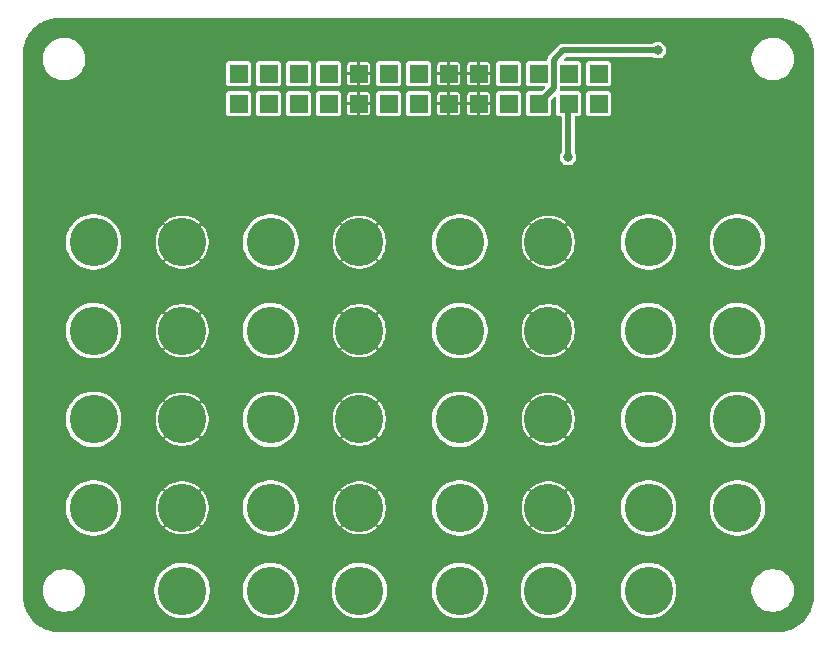
<source format=gtl>
G04 #@! TF.GenerationSoftware,KiCad,Pcbnew,9.0.2*
G04 #@! TF.CreationDate,2025-06-10T18:41:30+02:00*
G04 #@! TF.ProjectId,RPI-Electronics_IO-Card.pro,5250492d-456c-4656-9374-726f6e696373,rev?*
G04 #@! TF.SameCoordinates,Original*
G04 #@! TF.FileFunction,Copper,L1,Top*
G04 #@! TF.FilePolarity,Positive*
%FSLAX46Y46*%
G04 Gerber Fmt 4.6, Leading zero omitted, Abs format (unit mm)*
G04 Created by KiCad (PCBNEW 9.0.2) date 2025-06-10 18:41:30*
%MOMM*%
%LPD*%
G01*
G04 APERTURE LIST*
G04 Aperture macros list*
%AMFreePoly0*
4,1,5,0.750000,-0.750000,-0.750000,-0.750000,-0.750000,0.750000,0.750000,0.750000,0.750000,-0.750000,0.750000,-0.750000,$1*%
G04 Aperture macros list end*
G04 #@! TA.AperFunction,ComponentPad*
%ADD10C,4.100000*%
G04 #@! TD*
G04 #@! TA.AperFunction,ComponentPad*
%ADD11FreePoly0,90.000000*%
G04 #@! TD*
G04 #@! TA.AperFunction,ViaPad*
%ADD12C,0.800000*%
G04 #@! TD*
G04 #@! TA.AperFunction,Conductor*
%ADD13C,0.500000*%
G04 #@! TD*
G04 APERTURE END LIST*
D10*
X122990000Y-71070000D03*
X130490000Y-86070000D03*
X146490000Y-100570000D03*
X162490000Y-100570000D03*
X169990000Y-78570000D03*
X153990000Y-93570000D03*
X162490000Y-78570000D03*
X153990000Y-78570000D03*
X146490000Y-93570000D03*
X146490000Y-71070000D03*
X137990000Y-93570000D03*
X153990000Y-100570000D03*
X137990000Y-86070000D03*
X169990000Y-86070000D03*
X115490000Y-93570000D03*
X162490000Y-93570000D03*
X130490000Y-71070000D03*
X146490000Y-86070000D03*
X169990000Y-93570000D03*
X137990000Y-100570000D03*
X130490000Y-78570000D03*
X162490000Y-71070000D03*
X122990000Y-78570000D03*
X122990000Y-100570000D03*
X115490000Y-78570000D03*
X162490000Y-86070000D03*
X130490000Y-93570000D03*
D11*
X127762000Y-59334400D03*
X127762000Y-56794400D03*
X130302000Y-59334400D03*
X130302000Y-56794400D03*
X132842000Y-59334400D03*
X132842000Y-56794400D03*
X135382000Y-59334400D03*
X135382000Y-56794400D03*
X137922000Y-59334400D03*
X137922000Y-56794400D03*
X140462000Y-59334400D03*
X140462000Y-56794400D03*
X143002000Y-59334400D03*
X143002000Y-56794400D03*
X145542000Y-59334400D03*
X145542000Y-56794400D03*
X148082000Y-59334400D03*
X148082000Y-56794400D03*
X150622000Y-59334400D03*
X150622000Y-56794400D03*
X153162000Y-59334400D03*
X153162000Y-56794400D03*
X155702000Y-59334400D03*
X155702000Y-56794400D03*
X158242000Y-59334400D03*
X158242000Y-56794400D03*
D10*
X153990000Y-86070000D03*
X137990000Y-78570000D03*
X137990000Y-71070000D03*
X153990000Y-71070000D03*
X130490000Y-100570000D03*
X122990000Y-93570000D03*
X115490000Y-71070000D03*
X146490000Y-78570000D03*
X122990000Y-86070000D03*
X115490000Y-86070000D03*
X169990000Y-71070000D03*
D12*
X163240000Y-54820000D03*
X155651200Y-63881000D03*
D13*
X153150000Y-59340000D02*
X154432000Y-58058000D01*
X154432000Y-55658978D02*
X155270978Y-54820000D01*
X155270978Y-54820000D02*
X163240000Y-54820000D01*
X154432000Y-58058000D02*
X154432000Y-55658978D01*
X155651200Y-63881000D02*
X155690000Y-63842200D01*
X155690000Y-63842200D02*
X155690000Y-59340000D01*
G04 #@! TA.AperFunction,Conductor*
G36*
X173492595Y-52080636D02*
G01*
X173797309Y-52096605D01*
X173807605Y-52097687D01*
X174106434Y-52145017D01*
X174116547Y-52147166D01*
X174408805Y-52225477D01*
X174418638Y-52228671D01*
X174701111Y-52337102D01*
X174710546Y-52341303D01*
X174980140Y-52478668D01*
X174989100Y-52483842D01*
X175242836Y-52648620D01*
X175251208Y-52654703D01*
X175340725Y-52727192D01*
X175486328Y-52845099D01*
X175494029Y-52852032D01*
X175707967Y-53065970D01*
X175714900Y-53073671D01*
X175905292Y-53308785D01*
X175911383Y-53317169D01*
X176076153Y-53570892D01*
X176081335Y-53579866D01*
X176218692Y-53849445D01*
X176222900Y-53858897D01*
X176331323Y-54141350D01*
X176334523Y-54151197D01*
X176412830Y-54443440D01*
X176414984Y-54453576D01*
X176451181Y-54682112D01*
X176452400Y-54697599D01*
X176452400Y-101442399D01*
X176451181Y-101457886D01*
X176414984Y-101686423D01*
X176412830Y-101696559D01*
X176334523Y-101988802D01*
X176331321Y-101998654D01*
X176258530Y-102188286D01*
X176222907Y-102281087D01*
X176218692Y-102290554D01*
X176081335Y-102560133D01*
X176076153Y-102569107D01*
X175911383Y-102822830D01*
X175905292Y-102831214D01*
X175714900Y-103066328D01*
X175707967Y-103074029D01*
X175494029Y-103287967D01*
X175486328Y-103294900D01*
X175251214Y-103485292D01*
X175242830Y-103491383D01*
X174989107Y-103656153D01*
X174980133Y-103661335D01*
X174710554Y-103798692D01*
X174701095Y-103802903D01*
X174488789Y-103884400D01*
X174418657Y-103911321D01*
X174408802Y-103914523D01*
X174116559Y-103992830D01*
X174106423Y-103994984D01*
X173822325Y-104039981D01*
X173806838Y-104041200D01*
X112173162Y-104041200D01*
X112157675Y-104039981D01*
X111873576Y-103994984D01*
X111863440Y-103992830D01*
X111571197Y-103914523D01*
X111561350Y-103911323D01*
X111278897Y-103802900D01*
X111269445Y-103798692D01*
X110999866Y-103661335D01*
X110990892Y-103656153D01*
X110737169Y-103491383D01*
X110728785Y-103485292D01*
X110493671Y-103294900D01*
X110485970Y-103287967D01*
X110272032Y-103074029D01*
X110265099Y-103066328D01*
X110074703Y-102831208D01*
X110068616Y-102822830D01*
X109903842Y-102569100D01*
X109898668Y-102560140D01*
X109761303Y-102290546D01*
X109757102Y-102281111D01*
X109648671Y-101998638D01*
X109645476Y-101988802D01*
X109615966Y-101878670D01*
X109567166Y-101696547D01*
X109565017Y-101686434D01*
X109517687Y-101387605D01*
X109516605Y-101377304D01*
X109513977Y-101327164D01*
X109500636Y-101072595D01*
X109500500Y-101067414D01*
X109500500Y-100451987D01*
X111189500Y-100451987D01*
X111189500Y-100688012D01*
X111220306Y-100922006D01*
X111220306Y-100922011D01*
X111281393Y-101149992D01*
X111371713Y-101368044D01*
X111489729Y-101572453D01*
X111633402Y-101759692D01*
X111633404Y-101759694D01*
X111633408Y-101759699D01*
X111800301Y-101926592D01*
X111800305Y-101926595D01*
X111800307Y-101926597D01*
X111887896Y-101993806D01*
X111987550Y-102070273D01*
X112191951Y-102188284D01*
X112191952Y-102188284D01*
X112191955Y-102188286D01*
X112410007Y-102278606D01*
X112637986Y-102339693D01*
X112871989Y-102370500D01*
X112871990Y-102370500D01*
X113108010Y-102370500D01*
X113108011Y-102370500D01*
X113342014Y-102339693D01*
X113569993Y-102278606D01*
X113788049Y-102188284D01*
X113992450Y-102070273D01*
X114179699Y-101926592D01*
X114346592Y-101759699D01*
X114490273Y-101572450D01*
X114608284Y-101368049D01*
X114698606Y-101149993D01*
X114759693Y-100922014D01*
X114790500Y-100688011D01*
X114790500Y-100451989D01*
X114788871Y-100439617D01*
X114787029Y-100425620D01*
X114785754Y-100415939D01*
X120639500Y-100415939D01*
X120639500Y-100724060D01*
X120679717Y-101029536D01*
X120679717Y-101029541D01*
X120759464Y-101327163D01*
X120877375Y-101611825D01*
X121031440Y-101878673D01*
X121219003Y-102123110D01*
X121219005Y-102123112D01*
X121219009Y-102123117D01*
X121436883Y-102340991D01*
X121436887Y-102340994D01*
X121436889Y-102340996D01*
X121681326Y-102528559D01*
X121681330Y-102528562D01*
X121948170Y-102682622D01*
X121948171Y-102682622D01*
X121948174Y-102682624D01*
X122018819Y-102711886D01*
X122232836Y-102800535D01*
X122530456Y-102880282D01*
X122835940Y-102920500D01*
X122835941Y-102920500D01*
X123144059Y-102920500D01*
X123144060Y-102920500D01*
X123449544Y-102880282D01*
X123747164Y-102800535D01*
X124031830Y-102682622D01*
X124298670Y-102528562D01*
X124543117Y-102340991D01*
X124760991Y-102123117D01*
X124948562Y-101878670D01*
X125102622Y-101611830D01*
X125220535Y-101327164D01*
X125300282Y-101029544D01*
X125340500Y-100724060D01*
X125340500Y-100415940D01*
X125340500Y-100415939D01*
X128139500Y-100415939D01*
X128139500Y-100724060D01*
X128179717Y-101029536D01*
X128179717Y-101029541D01*
X128259464Y-101327163D01*
X128377375Y-101611825D01*
X128531440Y-101878673D01*
X128719003Y-102123110D01*
X128719005Y-102123112D01*
X128719009Y-102123117D01*
X128936883Y-102340991D01*
X128936887Y-102340994D01*
X128936889Y-102340996D01*
X129181326Y-102528559D01*
X129181330Y-102528562D01*
X129448170Y-102682622D01*
X129448171Y-102682622D01*
X129448174Y-102682624D01*
X129518819Y-102711886D01*
X129732836Y-102800535D01*
X130030456Y-102880282D01*
X130335940Y-102920500D01*
X130335941Y-102920500D01*
X130644059Y-102920500D01*
X130644060Y-102920500D01*
X130949544Y-102880282D01*
X131247164Y-102800535D01*
X131531830Y-102682622D01*
X131798670Y-102528562D01*
X132043117Y-102340991D01*
X132260991Y-102123117D01*
X132448562Y-101878670D01*
X132602622Y-101611830D01*
X132720535Y-101327164D01*
X132800282Y-101029544D01*
X132840500Y-100724060D01*
X132840500Y-100415940D01*
X132840500Y-100415939D01*
X135639500Y-100415939D01*
X135639500Y-100724060D01*
X135679717Y-101029536D01*
X135679717Y-101029541D01*
X135759464Y-101327163D01*
X135877375Y-101611825D01*
X136031440Y-101878673D01*
X136219003Y-102123110D01*
X136219005Y-102123112D01*
X136219009Y-102123117D01*
X136436883Y-102340991D01*
X136436887Y-102340994D01*
X136436889Y-102340996D01*
X136681326Y-102528559D01*
X136681330Y-102528562D01*
X136948170Y-102682622D01*
X136948171Y-102682622D01*
X136948174Y-102682624D01*
X137018819Y-102711886D01*
X137232836Y-102800535D01*
X137530456Y-102880282D01*
X137835940Y-102920500D01*
X137835941Y-102920500D01*
X138144059Y-102920500D01*
X138144060Y-102920500D01*
X138449544Y-102880282D01*
X138747164Y-102800535D01*
X139031830Y-102682622D01*
X139298670Y-102528562D01*
X139543117Y-102340991D01*
X139760991Y-102123117D01*
X139948562Y-101878670D01*
X140102622Y-101611830D01*
X140220535Y-101327164D01*
X140300282Y-101029544D01*
X140340500Y-100724060D01*
X140340500Y-100415940D01*
X140340500Y-100415939D01*
X144139500Y-100415939D01*
X144139500Y-100724060D01*
X144179717Y-101029536D01*
X144179717Y-101029541D01*
X144259464Y-101327163D01*
X144377375Y-101611825D01*
X144531440Y-101878673D01*
X144719003Y-102123110D01*
X144719005Y-102123112D01*
X144719009Y-102123117D01*
X144936883Y-102340991D01*
X144936887Y-102340994D01*
X144936889Y-102340996D01*
X145181326Y-102528559D01*
X145181330Y-102528562D01*
X145448170Y-102682622D01*
X145448171Y-102682622D01*
X145448174Y-102682624D01*
X145518819Y-102711886D01*
X145732836Y-102800535D01*
X146030456Y-102880282D01*
X146335940Y-102920500D01*
X146335941Y-102920500D01*
X146644059Y-102920500D01*
X146644060Y-102920500D01*
X146949544Y-102880282D01*
X147247164Y-102800535D01*
X147531830Y-102682622D01*
X147798670Y-102528562D01*
X148043117Y-102340991D01*
X148260991Y-102123117D01*
X148448562Y-101878670D01*
X148602622Y-101611830D01*
X148720535Y-101327164D01*
X148800282Y-101029544D01*
X148840500Y-100724060D01*
X148840500Y-100415940D01*
X148840500Y-100415939D01*
X151639500Y-100415939D01*
X151639500Y-100724060D01*
X151679717Y-101029536D01*
X151679717Y-101029541D01*
X151759464Y-101327163D01*
X151877375Y-101611825D01*
X152031440Y-101878673D01*
X152219003Y-102123110D01*
X152219005Y-102123112D01*
X152219009Y-102123117D01*
X152436883Y-102340991D01*
X152436887Y-102340994D01*
X152436889Y-102340996D01*
X152681326Y-102528559D01*
X152681330Y-102528562D01*
X152948170Y-102682622D01*
X152948171Y-102682622D01*
X152948174Y-102682624D01*
X153018819Y-102711886D01*
X153232836Y-102800535D01*
X153530456Y-102880282D01*
X153835940Y-102920500D01*
X153835941Y-102920500D01*
X154144059Y-102920500D01*
X154144060Y-102920500D01*
X154449544Y-102880282D01*
X154747164Y-102800535D01*
X155031830Y-102682622D01*
X155298670Y-102528562D01*
X155543117Y-102340991D01*
X155760991Y-102123117D01*
X155948562Y-101878670D01*
X156102622Y-101611830D01*
X156220535Y-101327164D01*
X156300282Y-101029544D01*
X156340500Y-100724060D01*
X156340500Y-100415940D01*
X156340500Y-100415939D01*
X160139500Y-100415939D01*
X160139500Y-100724060D01*
X160179717Y-101029536D01*
X160179717Y-101029541D01*
X160259464Y-101327163D01*
X160377375Y-101611825D01*
X160531440Y-101878673D01*
X160719003Y-102123110D01*
X160719005Y-102123112D01*
X160719009Y-102123117D01*
X160936883Y-102340991D01*
X160936887Y-102340994D01*
X160936889Y-102340996D01*
X161181326Y-102528559D01*
X161181330Y-102528562D01*
X161448170Y-102682622D01*
X161448171Y-102682622D01*
X161448174Y-102682624D01*
X161518819Y-102711886D01*
X161732836Y-102800535D01*
X162030456Y-102880282D01*
X162335940Y-102920500D01*
X162335941Y-102920500D01*
X162644059Y-102920500D01*
X162644060Y-102920500D01*
X162949544Y-102880282D01*
X163247164Y-102800535D01*
X163531830Y-102682622D01*
X163798670Y-102528562D01*
X164043117Y-102340991D01*
X164260991Y-102123117D01*
X164448562Y-101878670D01*
X164602622Y-101611830D01*
X164720535Y-101327164D01*
X164800282Y-101029544D01*
X164840500Y-100724060D01*
X164840500Y-100451987D01*
X171189500Y-100451987D01*
X171189500Y-100688012D01*
X171220306Y-100922006D01*
X171220306Y-100922011D01*
X171281393Y-101149992D01*
X171371713Y-101368044D01*
X171489729Y-101572453D01*
X171633402Y-101759692D01*
X171633404Y-101759694D01*
X171633408Y-101759699D01*
X171800301Y-101926592D01*
X171800305Y-101926595D01*
X171800307Y-101926597D01*
X171887896Y-101993806D01*
X171987550Y-102070273D01*
X172191951Y-102188284D01*
X172191952Y-102188284D01*
X172191955Y-102188286D01*
X172410007Y-102278606D01*
X172637986Y-102339693D01*
X172871989Y-102370500D01*
X172871990Y-102370500D01*
X173108010Y-102370500D01*
X173108011Y-102370500D01*
X173342014Y-102339693D01*
X173569993Y-102278606D01*
X173788049Y-102188284D01*
X173992450Y-102070273D01*
X174179699Y-101926592D01*
X174346592Y-101759699D01*
X174490273Y-101572450D01*
X174608284Y-101368049D01*
X174698606Y-101149993D01*
X174759693Y-100922014D01*
X174790500Y-100688011D01*
X174790500Y-100451989D01*
X174759693Y-100217986D01*
X174698606Y-99990007D01*
X174608284Y-99771951D01*
X174490273Y-99567550D01*
X174346592Y-99380301D01*
X174179699Y-99213408D01*
X174179694Y-99213404D01*
X174179692Y-99213402D01*
X173992453Y-99069729D01*
X173900921Y-99016883D01*
X173788049Y-98951716D01*
X173788044Y-98951713D01*
X173569992Y-98861393D01*
X173414277Y-98819670D01*
X173342014Y-98800307D01*
X173342011Y-98800306D01*
X173342009Y-98800306D01*
X173108012Y-98769500D01*
X173108011Y-98769500D01*
X172871989Y-98769500D01*
X172871987Y-98769500D01*
X172637993Y-98800306D01*
X172637988Y-98800306D01*
X172410007Y-98861393D01*
X172191955Y-98951713D01*
X171987546Y-99069729D01*
X171800307Y-99213402D01*
X171633402Y-99380307D01*
X171489729Y-99567546D01*
X171371713Y-99771955D01*
X171281393Y-99990007D01*
X171220306Y-100217988D01*
X171220306Y-100217993D01*
X171189500Y-100451987D01*
X164840500Y-100451987D01*
X164840500Y-100415940D01*
X164800282Y-100110456D01*
X164720535Y-99812836D01*
X164602624Y-99528174D01*
X164517253Y-99380307D01*
X164448562Y-99261330D01*
X164411786Y-99213402D01*
X164260996Y-99016889D01*
X164260994Y-99016887D01*
X164260991Y-99016883D01*
X164043117Y-98799009D01*
X164043112Y-98799005D01*
X164043110Y-98799003D01*
X163798673Y-98611440D01*
X163531825Y-98457375D01*
X163247163Y-98339464D01*
X163043881Y-98284995D01*
X162949544Y-98259718D01*
X162949541Y-98259717D01*
X162949539Y-98259717D01*
X162644060Y-98219500D01*
X162335940Y-98219500D01*
X162335939Y-98219500D01*
X162030463Y-98259717D01*
X162030458Y-98259717D01*
X161732836Y-98339464D01*
X161448174Y-98457375D01*
X161181326Y-98611440D01*
X160936889Y-98799003D01*
X160719003Y-99016889D01*
X160531440Y-99261326D01*
X160377375Y-99528174D01*
X160259464Y-99812836D01*
X160179717Y-100110458D01*
X160179717Y-100110463D01*
X160139500Y-100415939D01*
X156340500Y-100415939D01*
X156300282Y-100110456D01*
X156220535Y-99812836D01*
X156102624Y-99528174D01*
X156017253Y-99380307D01*
X155948562Y-99261330D01*
X155911786Y-99213402D01*
X155760996Y-99016889D01*
X155760994Y-99016887D01*
X155760991Y-99016883D01*
X155543117Y-98799009D01*
X155543112Y-98799005D01*
X155543110Y-98799003D01*
X155298673Y-98611440D01*
X155031825Y-98457375D01*
X154747163Y-98339464D01*
X154543881Y-98284995D01*
X154449544Y-98259718D01*
X154449541Y-98259717D01*
X154449539Y-98259717D01*
X154144060Y-98219500D01*
X153835940Y-98219500D01*
X153835939Y-98219500D01*
X153530463Y-98259717D01*
X153530458Y-98259717D01*
X153232836Y-98339464D01*
X152948174Y-98457375D01*
X152681326Y-98611440D01*
X152436889Y-98799003D01*
X152219003Y-99016889D01*
X152031440Y-99261326D01*
X151877375Y-99528174D01*
X151759464Y-99812836D01*
X151679717Y-100110458D01*
X151679717Y-100110463D01*
X151639500Y-100415939D01*
X148840500Y-100415939D01*
X148800282Y-100110456D01*
X148720535Y-99812836D01*
X148602624Y-99528174D01*
X148517253Y-99380307D01*
X148448562Y-99261330D01*
X148411786Y-99213402D01*
X148260996Y-99016889D01*
X148260994Y-99016887D01*
X148260991Y-99016883D01*
X148043117Y-98799009D01*
X148043112Y-98799005D01*
X148043110Y-98799003D01*
X147798673Y-98611440D01*
X147531825Y-98457375D01*
X147247163Y-98339464D01*
X147043881Y-98284995D01*
X146949544Y-98259718D01*
X146949541Y-98259717D01*
X146949539Y-98259717D01*
X146644060Y-98219500D01*
X146335940Y-98219500D01*
X146335939Y-98219500D01*
X146030463Y-98259717D01*
X146030458Y-98259717D01*
X145732836Y-98339464D01*
X145448174Y-98457375D01*
X145181326Y-98611440D01*
X144936889Y-98799003D01*
X144719003Y-99016889D01*
X144531440Y-99261326D01*
X144377375Y-99528174D01*
X144259464Y-99812836D01*
X144179717Y-100110458D01*
X144179717Y-100110463D01*
X144139500Y-100415939D01*
X140340500Y-100415939D01*
X140300282Y-100110456D01*
X140220535Y-99812836D01*
X140102624Y-99528174D01*
X140017253Y-99380307D01*
X139948562Y-99261330D01*
X139911786Y-99213402D01*
X139760996Y-99016889D01*
X139760994Y-99016887D01*
X139760991Y-99016883D01*
X139543117Y-98799009D01*
X139543112Y-98799005D01*
X139543110Y-98799003D01*
X139298673Y-98611440D01*
X139031825Y-98457375D01*
X138747163Y-98339464D01*
X138543881Y-98284995D01*
X138449544Y-98259718D01*
X138449541Y-98259717D01*
X138449539Y-98259717D01*
X138144060Y-98219500D01*
X137835940Y-98219500D01*
X137835939Y-98219500D01*
X137530463Y-98259717D01*
X137530458Y-98259717D01*
X137232836Y-98339464D01*
X136948174Y-98457375D01*
X136681326Y-98611440D01*
X136436889Y-98799003D01*
X136219003Y-99016889D01*
X136031440Y-99261326D01*
X135877375Y-99528174D01*
X135759464Y-99812836D01*
X135679717Y-100110458D01*
X135679717Y-100110463D01*
X135639500Y-100415939D01*
X132840500Y-100415939D01*
X132800282Y-100110456D01*
X132720535Y-99812836D01*
X132602624Y-99528174D01*
X132517253Y-99380307D01*
X132448562Y-99261330D01*
X132411786Y-99213402D01*
X132260996Y-99016889D01*
X132260994Y-99016887D01*
X132260991Y-99016883D01*
X132043117Y-98799009D01*
X132043112Y-98799005D01*
X132043110Y-98799003D01*
X131798673Y-98611440D01*
X131531825Y-98457375D01*
X131247163Y-98339464D01*
X131043881Y-98284995D01*
X130949544Y-98259718D01*
X130949541Y-98259717D01*
X130949539Y-98259717D01*
X130644060Y-98219500D01*
X130335940Y-98219500D01*
X130335939Y-98219500D01*
X130030463Y-98259717D01*
X130030458Y-98259717D01*
X129732836Y-98339464D01*
X129448174Y-98457375D01*
X129181326Y-98611440D01*
X128936889Y-98799003D01*
X128719003Y-99016889D01*
X128531440Y-99261326D01*
X128377375Y-99528174D01*
X128259464Y-99812836D01*
X128179717Y-100110458D01*
X128179717Y-100110463D01*
X128139500Y-100415939D01*
X125340500Y-100415939D01*
X125300282Y-100110456D01*
X125220535Y-99812836D01*
X125102624Y-99528174D01*
X125017253Y-99380307D01*
X124948562Y-99261330D01*
X124911786Y-99213402D01*
X124760996Y-99016889D01*
X124760994Y-99016887D01*
X124760991Y-99016883D01*
X124543117Y-98799009D01*
X124543112Y-98799005D01*
X124543110Y-98799003D01*
X124298673Y-98611440D01*
X124031825Y-98457375D01*
X123747163Y-98339464D01*
X123543881Y-98284995D01*
X123449544Y-98259718D01*
X123449541Y-98259717D01*
X123449539Y-98259717D01*
X123144060Y-98219500D01*
X122835940Y-98219500D01*
X122835939Y-98219500D01*
X122530463Y-98259717D01*
X122530458Y-98259717D01*
X122232836Y-98339464D01*
X121948174Y-98457375D01*
X121681326Y-98611440D01*
X121436889Y-98799003D01*
X121219003Y-99016889D01*
X121031440Y-99261326D01*
X120877375Y-99528174D01*
X120759464Y-99812836D01*
X120679717Y-100110458D01*
X120679717Y-100110463D01*
X120639500Y-100415939D01*
X114785754Y-100415939D01*
X114776979Y-100349289D01*
X114759693Y-100217986D01*
X114698606Y-99990007D01*
X114608284Y-99771951D01*
X114490273Y-99567550D01*
X114346592Y-99380301D01*
X114179699Y-99213408D01*
X114179694Y-99213404D01*
X114179692Y-99213402D01*
X113992453Y-99069729D01*
X113900921Y-99016883D01*
X113788049Y-98951716D01*
X113788044Y-98951713D01*
X113569992Y-98861393D01*
X113414277Y-98819670D01*
X113342014Y-98800307D01*
X113342011Y-98800306D01*
X113342009Y-98800306D01*
X113108012Y-98769500D01*
X113108011Y-98769500D01*
X112871989Y-98769500D01*
X112871987Y-98769500D01*
X112637993Y-98800306D01*
X112637988Y-98800306D01*
X112410007Y-98861393D01*
X112191955Y-98951713D01*
X111987546Y-99069729D01*
X111800307Y-99213402D01*
X111633402Y-99380307D01*
X111489729Y-99567546D01*
X111371713Y-99771955D01*
X111281393Y-99990007D01*
X111220306Y-100217988D01*
X111220306Y-100217993D01*
X111189500Y-100451987D01*
X109500500Y-100451987D01*
X109500500Y-93415939D01*
X113139500Y-93415939D01*
X113139500Y-93724060D01*
X113179717Y-94029536D01*
X113179717Y-94029541D01*
X113259464Y-94327163D01*
X113377375Y-94611825D01*
X113377378Y-94611830D01*
X113516568Y-94852915D01*
X113531440Y-94878673D01*
X113719003Y-95123110D01*
X113719005Y-95123112D01*
X113719009Y-95123117D01*
X113936883Y-95340991D01*
X113936887Y-95340994D01*
X113936889Y-95340996D01*
X114072198Y-95444822D01*
X114181330Y-95528562D01*
X114448170Y-95682622D01*
X114448171Y-95682622D01*
X114448174Y-95682624D01*
X114502593Y-95705165D01*
X114732836Y-95800535D01*
X115030456Y-95880282D01*
X115335940Y-95920500D01*
X115335941Y-95920500D01*
X115644059Y-95920500D01*
X115644060Y-95920500D01*
X115949544Y-95880282D01*
X116247164Y-95800535D01*
X116531830Y-95682622D01*
X116798670Y-95528562D01*
X117043117Y-95340991D01*
X117260991Y-95123117D01*
X117448562Y-94878670D01*
X117602622Y-94611830D01*
X117720535Y-94327164D01*
X117800282Y-94029544D01*
X117840500Y-93724060D01*
X117840500Y-93422525D01*
X120740000Y-93422525D01*
X120740000Y-93717474D01*
X120778498Y-94009895D01*
X120854834Y-94294789D01*
X120967706Y-94567286D01*
X121115177Y-94822712D01*
X121294725Y-95056704D01*
X121328299Y-95090278D01*
X121858628Y-94559948D01*
X122000050Y-94701370D01*
X121469721Y-95231700D01*
X121503295Y-95265274D01*
X121737287Y-95444822D01*
X121992713Y-95592293D01*
X122265210Y-95705165D01*
X122550104Y-95781501D01*
X122842525Y-95819999D01*
X122842528Y-95820000D01*
X123137472Y-95820000D01*
X123137474Y-95819999D01*
X123429895Y-95781501D01*
X123714789Y-95705165D01*
X123987286Y-95592293D01*
X124242712Y-95444822D01*
X124476706Y-95265272D01*
X124476709Y-95265270D01*
X124510278Y-95231700D01*
X123979949Y-94701371D01*
X124121371Y-94559949D01*
X124651700Y-95090278D01*
X124685270Y-95056709D01*
X124685272Y-95056706D01*
X124864822Y-94822712D01*
X125012293Y-94567286D01*
X125125165Y-94294789D01*
X125201501Y-94009895D01*
X125239999Y-93717474D01*
X125240000Y-93717472D01*
X125240000Y-93422529D01*
X125239132Y-93415939D01*
X128139500Y-93415939D01*
X128139500Y-93724060D01*
X128179717Y-94029536D01*
X128179717Y-94029541D01*
X128259464Y-94327163D01*
X128377375Y-94611825D01*
X128377378Y-94611830D01*
X128516568Y-94852915D01*
X128531440Y-94878673D01*
X128719003Y-95123110D01*
X128719005Y-95123112D01*
X128719009Y-95123117D01*
X128936883Y-95340991D01*
X128936887Y-95340994D01*
X128936889Y-95340996D01*
X129072198Y-95444822D01*
X129181330Y-95528562D01*
X129448170Y-95682622D01*
X129448171Y-95682622D01*
X129448174Y-95682624D01*
X129502593Y-95705165D01*
X129732836Y-95800535D01*
X130030456Y-95880282D01*
X130335940Y-95920500D01*
X130335941Y-95920500D01*
X130644059Y-95920500D01*
X130644060Y-95920500D01*
X130949544Y-95880282D01*
X131247164Y-95800535D01*
X131531830Y-95682622D01*
X131798670Y-95528562D01*
X132043117Y-95340991D01*
X132260991Y-95123117D01*
X132448562Y-94878670D01*
X132602622Y-94611830D01*
X132720535Y-94327164D01*
X132800282Y-94029544D01*
X132840500Y-93724060D01*
X132840500Y-93422525D01*
X135740000Y-93422525D01*
X135740000Y-93717474D01*
X135778498Y-94009895D01*
X135854834Y-94294789D01*
X135967706Y-94567286D01*
X136115177Y-94822712D01*
X136294725Y-95056704D01*
X136328299Y-95090278D01*
X136858628Y-94559948D01*
X137000050Y-94701370D01*
X136469721Y-95231700D01*
X136503295Y-95265274D01*
X136737287Y-95444822D01*
X136992713Y-95592293D01*
X137265210Y-95705165D01*
X137550104Y-95781501D01*
X137842525Y-95819999D01*
X137842528Y-95820000D01*
X138137472Y-95820000D01*
X138137474Y-95819999D01*
X138429895Y-95781501D01*
X138714789Y-95705165D01*
X138987286Y-95592293D01*
X139242712Y-95444822D01*
X139476706Y-95265272D01*
X139476709Y-95265270D01*
X139510278Y-95231700D01*
X138979949Y-94701371D01*
X139121371Y-94559949D01*
X139651700Y-95090278D01*
X139685270Y-95056709D01*
X139685272Y-95056706D01*
X139864822Y-94822712D01*
X140012293Y-94567286D01*
X140125165Y-94294789D01*
X140201501Y-94009895D01*
X140239999Y-93717474D01*
X140240000Y-93717472D01*
X140240000Y-93422529D01*
X140239132Y-93415939D01*
X144139500Y-93415939D01*
X144139500Y-93724060D01*
X144179717Y-94029536D01*
X144179717Y-94029541D01*
X144259464Y-94327163D01*
X144377375Y-94611825D01*
X144377378Y-94611830D01*
X144516568Y-94852915D01*
X144531440Y-94878673D01*
X144719003Y-95123110D01*
X144719005Y-95123112D01*
X144719009Y-95123117D01*
X144936883Y-95340991D01*
X144936887Y-95340994D01*
X144936889Y-95340996D01*
X145072198Y-95444822D01*
X145181330Y-95528562D01*
X145448170Y-95682622D01*
X145448171Y-95682622D01*
X145448174Y-95682624D01*
X145502593Y-95705165D01*
X145732836Y-95800535D01*
X146030456Y-95880282D01*
X146335940Y-95920500D01*
X146335941Y-95920500D01*
X146644059Y-95920500D01*
X146644060Y-95920500D01*
X146949544Y-95880282D01*
X147247164Y-95800535D01*
X147531830Y-95682622D01*
X147798670Y-95528562D01*
X148043117Y-95340991D01*
X148260991Y-95123117D01*
X148448562Y-94878670D01*
X148602622Y-94611830D01*
X148720535Y-94327164D01*
X148800282Y-94029544D01*
X148840500Y-93724060D01*
X148840500Y-93422525D01*
X151740000Y-93422525D01*
X151740000Y-93717474D01*
X151778498Y-94009895D01*
X151854834Y-94294789D01*
X151967706Y-94567286D01*
X152115177Y-94822712D01*
X152294725Y-95056704D01*
X152328299Y-95090278D01*
X152858628Y-94559948D01*
X153000050Y-94701370D01*
X152469721Y-95231700D01*
X152503295Y-95265274D01*
X152737287Y-95444822D01*
X152992713Y-95592293D01*
X153265210Y-95705165D01*
X153550104Y-95781501D01*
X153842525Y-95819999D01*
X153842528Y-95820000D01*
X154137472Y-95820000D01*
X154137474Y-95819999D01*
X154429895Y-95781501D01*
X154714789Y-95705165D01*
X154987286Y-95592293D01*
X155242712Y-95444822D01*
X155476706Y-95265272D01*
X155476709Y-95265270D01*
X155510278Y-95231700D01*
X154979949Y-94701371D01*
X155121371Y-94559949D01*
X155651700Y-95090278D01*
X155685270Y-95056709D01*
X155685272Y-95056706D01*
X155864822Y-94822712D01*
X156012293Y-94567286D01*
X156125165Y-94294789D01*
X156201501Y-94009895D01*
X156239999Y-93717474D01*
X156240000Y-93717472D01*
X156240000Y-93422529D01*
X156239132Y-93415939D01*
X160139500Y-93415939D01*
X160139500Y-93724060D01*
X160179717Y-94029536D01*
X160179717Y-94029541D01*
X160259464Y-94327163D01*
X160377375Y-94611825D01*
X160377378Y-94611830D01*
X160516568Y-94852915D01*
X160531440Y-94878673D01*
X160719003Y-95123110D01*
X160719005Y-95123112D01*
X160719009Y-95123117D01*
X160936883Y-95340991D01*
X160936887Y-95340994D01*
X160936889Y-95340996D01*
X161072198Y-95444822D01*
X161181330Y-95528562D01*
X161448170Y-95682622D01*
X161448171Y-95682622D01*
X161448174Y-95682624D01*
X161502593Y-95705165D01*
X161732836Y-95800535D01*
X162030456Y-95880282D01*
X162335940Y-95920500D01*
X162335941Y-95920500D01*
X162644059Y-95920500D01*
X162644060Y-95920500D01*
X162949544Y-95880282D01*
X163247164Y-95800535D01*
X163531830Y-95682622D01*
X163798670Y-95528562D01*
X164043117Y-95340991D01*
X164260991Y-95123117D01*
X164448562Y-94878670D01*
X164602622Y-94611830D01*
X164720535Y-94327164D01*
X164800282Y-94029544D01*
X164840500Y-93724060D01*
X164840500Y-93415940D01*
X164840500Y-93415939D01*
X167639500Y-93415939D01*
X167639500Y-93724060D01*
X167679717Y-94029536D01*
X167679717Y-94029541D01*
X167759464Y-94327163D01*
X167877375Y-94611825D01*
X167877378Y-94611830D01*
X168016568Y-94852915D01*
X168031440Y-94878673D01*
X168219003Y-95123110D01*
X168219005Y-95123112D01*
X168219009Y-95123117D01*
X168436883Y-95340991D01*
X168436887Y-95340994D01*
X168436889Y-95340996D01*
X168572198Y-95444822D01*
X168681330Y-95528562D01*
X168948170Y-95682622D01*
X168948171Y-95682622D01*
X168948174Y-95682624D01*
X169002593Y-95705165D01*
X169232836Y-95800535D01*
X169530456Y-95880282D01*
X169835940Y-95920500D01*
X169835941Y-95920500D01*
X170144059Y-95920500D01*
X170144060Y-95920500D01*
X170449544Y-95880282D01*
X170747164Y-95800535D01*
X171031830Y-95682622D01*
X171298670Y-95528562D01*
X171543117Y-95340991D01*
X171760991Y-95123117D01*
X171948562Y-94878670D01*
X172102622Y-94611830D01*
X172220535Y-94327164D01*
X172300282Y-94029544D01*
X172340500Y-93724060D01*
X172340500Y-93415940D01*
X172300282Y-93110456D01*
X172220535Y-92812836D01*
X172208520Y-92783829D01*
X172102624Y-92528174D01*
X172102622Y-92528170D01*
X171948562Y-92261330D01*
X171948559Y-92261326D01*
X171760996Y-92016889D01*
X171760994Y-92016887D01*
X171760991Y-92016883D01*
X171543117Y-91799009D01*
X171543112Y-91799005D01*
X171543110Y-91799003D01*
X171298673Y-91611440D01*
X171031825Y-91457375D01*
X170747163Y-91339464D01*
X170543881Y-91284995D01*
X170449544Y-91259718D01*
X170449541Y-91259717D01*
X170449539Y-91259717D01*
X170144060Y-91219500D01*
X169835940Y-91219500D01*
X169835939Y-91219500D01*
X169530463Y-91259717D01*
X169530458Y-91259717D01*
X169232836Y-91339464D01*
X168948174Y-91457375D01*
X168681326Y-91611440D01*
X168436889Y-91799003D01*
X168219003Y-92016889D01*
X168031440Y-92261326D01*
X167877375Y-92528174D01*
X167759464Y-92812836D01*
X167679717Y-93110458D01*
X167679717Y-93110463D01*
X167639500Y-93415939D01*
X164840500Y-93415939D01*
X164800282Y-93110456D01*
X164720535Y-92812836D01*
X164708520Y-92783829D01*
X164602624Y-92528174D01*
X164602622Y-92528170D01*
X164448562Y-92261330D01*
X164448559Y-92261326D01*
X164260996Y-92016889D01*
X164260994Y-92016887D01*
X164260991Y-92016883D01*
X164043117Y-91799009D01*
X164043112Y-91799005D01*
X164043110Y-91799003D01*
X163798673Y-91611440D01*
X163531825Y-91457375D01*
X163247163Y-91339464D01*
X163043881Y-91284995D01*
X162949544Y-91259718D01*
X162949541Y-91259717D01*
X162949539Y-91259717D01*
X162644060Y-91219500D01*
X162335940Y-91219500D01*
X162335939Y-91219500D01*
X162030463Y-91259717D01*
X162030458Y-91259717D01*
X161732836Y-91339464D01*
X161448174Y-91457375D01*
X161181326Y-91611440D01*
X160936889Y-91799003D01*
X160719003Y-92016889D01*
X160531440Y-92261326D01*
X160377375Y-92528174D01*
X160259464Y-92812836D01*
X160179717Y-93110458D01*
X160179717Y-93110463D01*
X160139500Y-93415939D01*
X156239132Y-93415939D01*
X156201501Y-93130104D01*
X156125165Y-92845210D01*
X156012293Y-92572713D01*
X155864822Y-92317287D01*
X155685274Y-92083295D01*
X155651700Y-92049721D01*
X155121370Y-92580050D01*
X154979948Y-92438628D01*
X155510278Y-91908299D01*
X155476704Y-91874725D01*
X155242712Y-91695177D01*
X154987286Y-91547706D01*
X154714789Y-91434834D01*
X154429895Y-91358498D01*
X154137474Y-91320000D01*
X153842525Y-91320000D01*
X153550104Y-91358498D01*
X153265210Y-91434834D01*
X152992713Y-91547706D01*
X152737291Y-91695174D01*
X152503284Y-91874735D01*
X152469720Y-91908298D01*
X153000051Y-92438629D01*
X152858629Y-92580051D01*
X152328298Y-92049720D01*
X152294735Y-92083284D01*
X152115174Y-92317291D01*
X151967706Y-92572713D01*
X151854834Y-92845210D01*
X151778498Y-93130104D01*
X151740000Y-93422525D01*
X148840500Y-93422525D01*
X148840500Y-93415940D01*
X148800282Y-93110456D01*
X148720535Y-92812836D01*
X148708520Y-92783829D01*
X148602624Y-92528174D01*
X148602622Y-92528170D01*
X148448562Y-92261330D01*
X148448559Y-92261326D01*
X148260996Y-92016889D01*
X148260994Y-92016887D01*
X148260991Y-92016883D01*
X148043117Y-91799009D01*
X148043112Y-91799005D01*
X148043110Y-91799003D01*
X147798673Y-91611440D01*
X147531825Y-91457375D01*
X147247163Y-91339464D01*
X147043881Y-91284995D01*
X146949544Y-91259718D01*
X146949541Y-91259717D01*
X146949539Y-91259717D01*
X146644060Y-91219500D01*
X146335940Y-91219500D01*
X146335939Y-91219500D01*
X146030463Y-91259717D01*
X146030458Y-91259717D01*
X145732836Y-91339464D01*
X145448174Y-91457375D01*
X145181326Y-91611440D01*
X144936889Y-91799003D01*
X144719003Y-92016889D01*
X144531440Y-92261326D01*
X144377375Y-92528174D01*
X144259464Y-92812836D01*
X144179717Y-93110458D01*
X144179717Y-93110463D01*
X144139500Y-93415939D01*
X140239132Y-93415939D01*
X140201501Y-93130104D01*
X140125165Y-92845210D01*
X140012293Y-92572713D01*
X139864822Y-92317287D01*
X139685274Y-92083295D01*
X139651700Y-92049721D01*
X139121370Y-92580050D01*
X138979948Y-92438628D01*
X139510278Y-91908299D01*
X139476704Y-91874725D01*
X139242712Y-91695177D01*
X138987286Y-91547706D01*
X138714789Y-91434834D01*
X138429895Y-91358498D01*
X138137474Y-91320000D01*
X137842525Y-91320000D01*
X137550104Y-91358498D01*
X137265210Y-91434834D01*
X136992713Y-91547706D01*
X136737291Y-91695174D01*
X136503284Y-91874735D01*
X136469720Y-91908298D01*
X137000051Y-92438629D01*
X136858629Y-92580051D01*
X136328298Y-92049720D01*
X136294735Y-92083284D01*
X136115174Y-92317291D01*
X135967706Y-92572713D01*
X135854834Y-92845210D01*
X135778498Y-93130104D01*
X135740000Y-93422525D01*
X132840500Y-93422525D01*
X132840500Y-93415940D01*
X132800282Y-93110456D01*
X132720535Y-92812836D01*
X132708520Y-92783829D01*
X132602624Y-92528174D01*
X132602622Y-92528170D01*
X132448562Y-92261330D01*
X132448559Y-92261326D01*
X132260996Y-92016889D01*
X132260994Y-92016887D01*
X132260991Y-92016883D01*
X132043117Y-91799009D01*
X132043112Y-91799005D01*
X132043110Y-91799003D01*
X131798673Y-91611440D01*
X131531825Y-91457375D01*
X131247163Y-91339464D01*
X131043881Y-91284995D01*
X130949544Y-91259718D01*
X130949541Y-91259717D01*
X130949539Y-91259717D01*
X130644060Y-91219500D01*
X130335940Y-91219500D01*
X130335939Y-91219500D01*
X130030463Y-91259717D01*
X130030458Y-91259717D01*
X129732836Y-91339464D01*
X129448174Y-91457375D01*
X129181326Y-91611440D01*
X128936889Y-91799003D01*
X128719003Y-92016889D01*
X128531440Y-92261326D01*
X128377375Y-92528174D01*
X128259464Y-92812836D01*
X128179717Y-93110458D01*
X128179717Y-93110463D01*
X128139500Y-93415939D01*
X125239132Y-93415939D01*
X125201501Y-93130104D01*
X125125165Y-92845210D01*
X125012293Y-92572713D01*
X124864822Y-92317287D01*
X124685274Y-92083295D01*
X124651700Y-92049721D01*
X124121370Y-92580050D01*
X123979948Y-92438628D01*
X124510278Y-91908299D01*
X124476704Y-91874725D01*
X124242712Y-91695177D01*
X123987286Y-91547706D01*
X123714789Y-91434834D01*
X123429895Y-91358498D01*
X123137474Y-91320000D01*
X122842525Y-91320000D01*
X122550104Y-91358498D01*
X122265210Y-91434834D01*
X121992713Y-91547706D01*
X121737291Y-91695174D01*
X121503284Y-91874735D01*
X121469720Y-91908298D01*
X122000051Y-92438629D01*
X121858629Y-92580051D01*
X121328298Y-92049720D01*
X121294735Y-92083284D01*
X121115174Y-92317291D01*
X120967706Y-92572713D01*
X120854834Y-92845210D01*
X120778498Y-93130104D01*
X120740000Y-93422525D01*
X117840500Y-93422525D01*
X117840500Y-93415940D01*
X117800282Y-93110456D01*
X117720535Y-92812836D01*
X117708520Y-92783829D01*
X117602624Y-92528174D01*
X117602622Y-92528170D01*
X117448562Y-92261330D01*
X117448559Y-92261326D01*
X117260996Y-92016889D01*
X117260994Y-92016887D01*
X117260991Y-92016883D01*
X117043117Y-91799009D01*
X117043112Y-91799005D01*
X117043110Y-91799003D01*
X116798673Y-91611440D01*
X116531825Y-91457375D01*
X116247163Y-91339464D01*
X116043881Y-91284995D01*
X115949544Y-91259718D01*
X115949541Y-91259717D01*
X115949539Y-91259717D01*
X115644060Y-91219500D01*
X115335940Y-91219500D01*
X115335939Y-91219500D01*
X115030463Y-91259717D01*
X115030458Y-91259717D01*
X114732836Y-91339464D01*
X114448174Y-91457375D01*
X114181326Y-91611440D01*
X113936889Y-91799003D01*
X113719003Y-92016889D01*
X113531440Y-92261326D01*
X113377375Y-92528174D01*
X113259464Y-92812836D01*
X113179717Y-93110458D01*
X113179717Y-93110463D01*
X113139500Y-93415939D01*
X109500500Y-93415939D01*
X109500500Y-85915939D01*
X113139500Y-85915939D01*
X113139500Y-86224060D01*
X113179717Y-86529536D01*
X113179717Y-86529541D01*
X113259464Y-86827163D01*
X113377375Y-87111825D01*
X113377378Y-87111830D01*
X113516568Y-87352915D01*
X113531440Y-87378673D01*
X113719003Y-87623110D01*
X113719005Y-87623112D01*
X113719009Y-87623117D01*
X113936883Y-87840991D01*
X113936887Y-87840994D01*
X113936889Y-87840996D01*
X114072198Y-87944822D01*
X114181330Y-88028562D01*
X114448170Y-88182622D01*
X114448171Y-88182622D01*
X114448174Y-88182624D01*
X114502593Y-88205165D01*
X114732836Y-88300535D01*
X115030456Y-88380282D01*
X115335940Y-88420500D01*
X115335941Y-88420500D01*
X115644059Y-88420500D01*
X115644060Y-88420500D01*
X115949544Y-88380282D01*
X116247164Y-88300535D01*
X116531830Y-88182622D01*
X116798670Y-88028562D01*
X117043117Y-87840991D01*
X117260991Y-87623117D01*
X117448562Y-87378670D01*
X117602622Y-87111830D01*
X117720535Y-86827164D01*
X117800282Y-86529544D01*
X117840500Y-86224060D01*
X117840500Y-85922525D01*
X120740000Y-85922525D01*
X120740000Y-86217474D01*
X120778498Y-86509895D01*
X120854834Y-86794789D01*
X120967706Y-87067286D01*
X121115177Y-87322712D01*
X121294725Y-87556704D01*
X121328299Y-87590278D01*
X121858628Y-87059948D01*
X122000050Y-87201370D01*
X121469721Y-87731700D01*
X121503295Y-87765274D01*
X121737287Y-87944822D01*
X121992713Y-88092293D01*
X122265210Y-88205165D01*
X122550104Y-88281501D01*
X122842525Y-88319999D01*
X122842528Y-88320000D01*
X123137472Y-88320000D01*
X123137474Y-88319999D01*
X123429895Y-88281501D01*
X123714789Y-88205165D01*
X123987286Y-88092293D01*
X124242712Y-87944822D01*
X124476706Y-87765272D01*
X124476709Y-87765270D01*
X124510278Y-87731700D01*
X123979949Y-87201371D01*
X124121371Y-87059949D01*
X124651700Y-87590278D01*
X124685270Y-87556709D01*
X124685272Y-87556706D01*
X124864822Y-87322712D01*
X125012293Y-87067286D01*
X125125165Y-86794789D01*
X125201501Y-86509895D01*
X125239999Y-86217474D01*
X125240000Y-86217472D01*
X125240000Y-85922529D01*
X125239132Y-85915939D01*
X128139500Y-85915939D01*
X128139500Y-86224060D01*
X128179717Y-86529536D01*
X128179717Y-86529541D01*
X128259464Y-86827163D01*
X128377375Y-87111825D01*
X128377378Y-87111830D01*
X128516568Y-87352915D01*
X128531440Y-87378673D01*
X128719003Y-87623110D01*
X128719005Y-87623112D01*
X128719009Y-87623117D01*
X128936883Y-87840991D01*
X128936887Y-87840994D01*
X128936889Y-87840996D01*
X129072198Y-87944822D01*
X129181330Y-88028562D01*
X129448170Y-88182622D01*
X129448171Y-88182622D01*
X129448174Y-88182624D01*
X129502593Y-88205165D01*
X129732836Y-88300535D01*
X130030456Y-88380282D01*
X130335940Y-88420500D01*
X130335941Y-88420500D01*
X130644059Y-88420500D01*
X130644060Y-88420500D01*
X130949544Y-88380282D01*
X131247164Y-88300535D01*
X131531830Y-88182622D01*
X131798670Y-88028562D01*
X132043117Y-87840991D01*
X132260991Y-87623117D01*
X132448562Y-87378670D01*
X132602622Y-87111830D01*
X132720535Y-86827164D01*
X132800282Y-86529544D01*
X132840500Y-86224060D01*
X132840500Y-85922525D01*
X135740000Y-85922525D01*
X135740000Y-86217474D01*
X135778498Y-86509895D01*
X135854834Y-86794789D01*
X135967706Y-87067286D01*
X136115177Y-87322712D01*
X136294725Y-87556704D01*
X136328299Y-87590278D01*
X136858628Y-87059948D01*
X137000050Y-87201370D01*
X136469721Y-87731700D01*
X136503295Y-87765274D01*
X136737287Y-87944822D01*
X136992713Y-88092293D01*
X137265210Y-88205165D01*
X137550104Y-88281501D01*
X137842525Y-88319999D01*
X137842528Y-88320000D01*
X138137472Y-88320000D01*
X138137474Y-88319999D01*
X138429895Y-88281501D01*
X138714789Y-88205165D01*
X138987286Y-88092293D01*
X139242712Y-87944822D01*
X139476706Y-87765272D01*
X139476709Y-87765270D01*
X139510278Y-87731700D01*
X138979949Y-87201371D01*
X139121371Y-87059949D01*
X139651700Y-87590278D01*
X139685270Y-87556709D01*
X139685272Y-87556706D01*
X139864822Y-87322712D01*
X140012293Y-87067286D01*
X140125165Y-86794789D01*
X140201501Y-86509895D01*
X140239999Y-86217474D01*
X140240000Y-86217472D01*
X140240000Y-85922529D01*
X140239132Y-85915939D01*
X144139500Y-85915939D01*
X144139500Y-86224060D01*
X144179717Y-86529536D01*
X144179717Y-86529541D01*
X144259464Y-86827163D01*
X144377375Y-87111825D01*
X144377378Y-87111830D01*
X144516568Y-87352915D01*
X144531440Y-87378673D01*
X144719003Y-87623110D01*
X144719005Y-87623112D01*
X144719009Y-87623117D01*
X144936883Y-87840991D01*
X144936887Y-87840994D01*
X144936889Y-87840996D01*
X145072198Y-87944822D01*
X145181330Y-88028562D01*
X145448170Y-88182622D01*
X145448171Y-88182622D01*
X145448174Y-88182624D01*
X145502593Y-88205165D01*
X145732836Y-88300535D01*
X146030456Y-88380282D01*
X146335940Y-88420500D01*
X146335941Y-88420500D01*
X146644059Y-88420500D01*
X146644060Y-88420500D01*
X146949544Y-88380282D01*
X147247164Y-88300535D01*
X147531830Y-88182622D01*
X147798670Y-88028562D01*
X148043117Y-87840991D01*
X148260991Y-87623117D01*
X148448562Y-87378670D01*
X148602622Y-87111830D01*
X148720535Y-86827164D01*
X148800282Y-86529544D01*
X148840500Y-86224060D01*
X148840500Y-85922525D01*
X151740000Y-85922525D01*
X151740000Y-86217474D01*
X151778498Y-86509895D01*
X151854834Y-86794789D01*
X151967706Y-87067286D01*
X152115177Y-87322712D01*
X152294725Y-87556704D01*
X152328299Y-87590278D01*
X152858628Y-87059948D01*
X153000050Y-87201370D01*
X152469721Y-87731700D01*
X152503295Y-87765274D01*
X152737287Y-87944822D01*
X152992713Y-88092293D01*
X153265210Y-88205165D01*
X153550104Y-88281501D01*
X153842525Y-88319999D01*
X153842528Y-88320000D01*
X154137472Y-88320000D01*
X154137474Y-88319999D01*
X154429895Y-88281501D01*
X154714789Y-88205165D01*
X154987286Y-88092293D01*
X155242712Y-87944822D01*
X155476706Y-87765272D01*
X155476709Y-87765270D01*
X155510278Y-87731700D01*
X154979949Y-87201371D01*
X155121371Y-87059949D01*
X155651700Y-87590278D01*
X155685270Y-87556709D01*
X155685272Y-87556706D01*
X155864822Y-87322712D01*
X156012293Y-87067286D01*
X156125165Y-86794789D01*
X156201501Y-86509895D01*
X156239999Y-86217474D01*
X156240000Y-86217472D01*
X156240000Y-85922529D01*
X156239132Y-85915939D01*
X160139500Y-85915939D01*
X160139500Y-86224060D01*
X160179717Y-86529536D01*
X160179717Y-86529541D01*
X160259464Y-86827163D01*
X160377375Y-87111825D01*
X160377378Y-87111830D01*
X160516568Y-87352915D01*
X160531440Y-87378673D01*
X160719003Y-87623110D01*
X160719005Y-87623112D01*
X160719009Y-87623117D01*
X160936883Y-87840991D01*
X160936887Y-87840994D01*
X160936889Y-87840996D01*
X161072198Y-87944822D01*
X161181330Y-88028562D01*
X161448170Y-88182622D01*
X161448171Y-88182622D01*
X161448174Y-88182624D01*
X161502593Y-88205165D01*
X161732836Y-88300535D01*
X162030456Y-88380282D01*
X162335940Y-88420500D01*
X162335941Y-88420500D01*
X162644059Y-88420500D01*
X162644060Y-88420500D01*
X162949544Y-88380282D01*
X163247164Y-88300535D01*
X163531830Y-88182622D01*
X163798670Y-88028562D01*
X164043117Y-87840991D01*
X164260991Y-87623117D01*
X164448562Y-87378670D01*
X164602622Y-87111830D01*
X164720535Y-86827164D01*
X164800282Y-86529544D01*
X164840500Y-86224060D01*
X164840500Y-85915940D01*
X164840500Y-85915939D01*
X167639500Y-85915939D01*
X167639500Y-86224060D01*
X167679717Y-86529536D01*
X167679717Y-86529541D01*
X167759464Y-86827163D01*
X167877375Y-87111825D01*
X167877378Y-87111830D01*
X168016568Y-87352915D01*
X168031440Y-87378673D01*
X168219003Y-87623110D01*
X168219005Y-87623112D01*
X168219009Y-87623117D01*
X168436883Y-87840991D01*
X168436887Y-87840994D01*
X168436889Y-87840996D01*
X168572198Y-87944822D01*
X168681330Y-88028562D01*
X168948170Y-88182622D01*
X168948171Y-88182622D01*
X168948174Y-88182624D01*
X169002593Y-88205165D01*
X169232836Y-88300535D01*
X169530456Y-88380282D01*
X169835940Y-88420500D01*
X169835941Y-88420500D01*
X170144059Y-88420500D01*
X170144060Y-88420500D01*
X170449544Y-88380282D01*
X170747164Y-88300535D01*
X171031830Y-88182622D01*
X171298670Y-88028562D01*
X171543117Y-87840991D01*
X171760991Y-87623117D01*
X171948562Y-87378670D01*
X172102622Y-87111830D01*
X172220535Y-86827164D01*
X172300282Y-86529544D01*
X172340500Y-86224060D01*
X172340500Y-85915940D01*
X172300282Y-85610456D01*
X172220535Y-85312836D01*
X172208520Y-85283829D01*
X172102624Y-85028174D01*
X172102622Y-85028170D01*
X171948562Y-84761330D01*
X171948559Y-84761326D01*
X171760996Y-84516889D01*
X171760994Y-84516887D01*
X171760991Y-84516883D01*
X171543117Y-84299009D01*
X171543112Y-84299005D01*
X171543110Y-84299003D01*
X171298673Y-84111440D01*
X171031825Y-83957375D01*
X170747163Y-83839464D01*
X170543881Y-83784995D01*
X170449544Y-83759718D01*
X170449541Y-83759717D01*
X170449539Y-83759717D01*
X170144060Y-83719500D01*
X169835940Y-83719500D01*
X169835939Y-83719500D01*
X169530463Y-83759717D01*
X169530458Y-83759717D01*
X169232836Y-83839464D01*
X168948174Y-83957375D01*
X168681326Y-84111440D01*
X168436889Y-84299003D01*
X168219003Y-84516889D01*
X168031440Y-84761326D01*
X167877375Y-85028174D01*
X167759464Y-85312836D01*
X167679717Y-85610458D01*
X167679717Y-85610463D01*
X167639500Y-85915939D01*
X164840500Y-85915939D01*
X164800282Y-85610456D01*
X164720535Y-85312836D01*
X164708520Y-85283829D01*
X164602624Y-85028174D01*
X164602622Y-85028170D01*
X164448562Y-84761330D01*
X164448559Y-84761326D01*
X164260996Y-84516889D01*
X164260994Y-84516887D01*
X164260991Y-84516883D01*
X164043117Y-84299009D01*
X164043112Y-84299005D01*
X164043110Y-84299003D01*
X163798673Y-84111440D01*
X163531825Y-83957375D01*
X163247163Y-83839464D01*
X163043881Y-83784995D01*
X162949544Y-83759718D01*
X162949541Y-83759717D01*
X162949539Y-83759717D01*
X162644060Y-83719500D01*
X162335940Y-83719500D01*
X162335939Y-83719500D01*
X162030463Y-83759717D01*
X162030458Y-83759717D01*
X161732836Y-83839464D01*
X161448174Y-83957375D01*
X161181326Y-84111440D01*
X160936889Y-84299003D01*
X160719003Y-84516889D01*
X160531440Y-84761326D01*
X160377375Y-85028174D01*
X160259464Y-85312836D01*
X160179717Y-85610458D01*
X160179717Y-85610463D01*
X160139500Y-85915939D01*
X156239132Y-85915939D01*
X156201501Y-85630104D01*
X156125165Y-85345210D01*
X156012293Y-85072713D01*
X155864822Y-84817287D01*
X155685274Y-84583295D01*
X155651700Y-84549721D01*
X155121370Y-85080050D01*
X154979948Y-84938628D01*
X155510278Y-84408299D01*
X155476704Y-84374725D01*
X155242712Y-84195177D01*
X154987286Y-84047706D01*
X154714789Y-83934834D01*
X154429895Y-83858498D01*
X154137474Y-83820000D01*
X153842525Y-83820000D01*
X153550104Y-83858498D01*
X153265210Y-83934834D01*
X152992713Y-84047706D01*
X152737291Y-84195174D01*
X152503284Y-84374735D01*
X152469720Y-84408298D01*
X153000051Y-84938629D01*
X152858629Y-85080051D01*
X152328298Y-84549720D01*
X152294735Y-84583284D01*
X152115174Y-84817291D01*
X151967706Y-85072713D01*
X151854834Y-85345210D01*
X151778498Y-85630104D01*
X151740000Y-85922525D01*
X148840500Y-85922525D01*
X148840500Y-85915940D01*
X148800282Y-85610456D01*
X148720535Y-85312836D01*
X148708520Y-85283829D01*
X148602624Y-85028174D01*
X148602622Y-85028170D01*
X148448562Y-84761330D01*
X148448559Y-84761326D01*
X148260996Y-84516889D01*
X148260994Y-84516887D01*
X148260991Y-84516883D01*
X148043117Y-84299009D01*
X148043112Y-84299005D01*
X148043110Y-84299003D01*
X147798673Y-84111440D01*
X147531825Y-83957375D01*
X147247163Y-83839464D01*
X147043881Y-83784995D01*
X146949544Y-83759718D01*
X146949541Y-83759717D01*
X146949539Y-83759717D01*
X146644060Y-83719500D01*
X146335940Y-83719500D01*
X146335939Y-83719500D01*
X146030463Y-83759717D01*
X146030458Y-83759717D01*
X145732836Y-83839464D01*
X145448174Y-83957375D01*
X145181326Y-84111440D01*
X144936889Y-84299003D01*
X144719003Y-84516889D01*
X144531440Y-84761326D01*
X144377375Y-85028174D01*
X144259464Y-85312836D01*
X144179717Y-85610458D01*
X144179717Y-85610463D01*
X144139500Y-85915939D01*
X140239132Y-85915939D01*
X140201501Y-85630104D01*
X140125165Y-85345210D01*
X140012293Y-85072713D01*
X139864822Y-84817287D01*
X139685274Y-84583295D01*
X139651700Y-84549721D01*
X139121370Y-85080050D01*
X138979948Y-84938628D01*
X139510278Y-84408299D01*
X139476704Y-84374725D01*
X139242712Y-84195177D01*
X138987286Y-84047706D01*
X138714789Y-83934834D01*
X138429895Y-83858498D01*
X138137474Y-83820000D01*
X137842525Y-83820000D01*
X137550104Y-83858498D01*
X137265210Y-83934834D01*
X136992713Y-84047706D01*
X136737291Y-84195174D01*
X136503284Y-84374735D01*
X136469720Y-84408298D01*
X137000051Y-84938629D01*
X136858629Y-85080051D01*
X136328298Y-84549720D01*
X136294735Y-84583284D01*
X136115174Y-84817291D01*
X135967706Y-85072713D01*
X135854834Y-85345210D01*
X135778498Y-85630104D01*
X135740000Y-85922525D01*
X132840500Y-85922525D01*
X132840500Y-85915940D01*
X132800282Y-85610456D01*
X132720535Y-85312836D01*
X132708520Y-85283829D01*
X132602624Y-85028174D01*
X132602622Y-85028170D01*
X132448562Y-84761330D01*
X132448559Y-84761326D01*
X132260996Y-84516889D01*
X132260994Y-84516887D01*
X132260991Y-84516883D01*
X132043117Y-84299009D01*
X132043112Y-84299005D01*
X132043110Y-84299003D01*
X131798673Y-84111440D01*
X131531825Y-83957375D01*
X131247163Y-83839464D01*
X131043881Y-83784995D01*
X130949544Y-83759718D01*
X130949541Y-83759717D01*
X130949539Y-83759717D01*
X130644060Y-83719500D01*
X130335940Y-83719500D01*
X130335939Y-83719500D01*
X130030463Y-83759717D01*
X130030458Y-83759717D01*
X129732836Y-83839464D01*
X129448174Y-83957375D01*
X129181326Y-84111440D01*
X128936889Y-84299003D01*
X128719003Y-84516889D01*
X128531440Y-84761326D01*
X128377375Y-85028174D01*
X128259464Y-85312836D01*
X128179717Y-85610458D01*
X128179717Y-85610463D01*
X128139500Y-85915939D01*
X125239132Y-85915939D01*
X125201501Y-85630104D01*
X125125165Y-85345210D01*
X125012293Y-85072713D01*
X124864822Y-84817287D01*
X124685274Y-84583295D01*
X124651700Y-84549721D01*
X124121370Y-85080050D01*
X123979948Y-84938628D01*
X124510278Y-84408299D01*
X124476704Y-84374725D01*
X124242712Y-84195177D01*
X123987286Y-84047706D01*
X123714789Y-83934834D01*
X123429895Y-83858498D01*
X123137474Y-83820000D01*
X122842525Y-83820000D01*
X122550104Y-83858498D01*
X122265210Y-83934834D01*
X121992713Y-84047706D01*
X121737291Y-84195174D01*
X121503284Y-84374735D01*
X121469720Y-84408298D01*
X122000051Y-84938629D01*
X121858629Y-85080051D01*
X121328298Y-84549720D01*
X121294735Y-84583284D01*
X121115174Y-84817291D01*
X120967706Y-85072713D01*
X120854834Y-85345210D01*
X120778498Y-85630104D01*
X120740000Y-85922525D01*
X117840500Y-85922525D01*
X117840500Y-85915940D01*
X117800282Y-85610456D01*
X117720535Y-85312836D01*
X117708520Y-85283829D01*
X117602624Y-85028174D01*
X117602622Y-85028170D01*
X117448562Y-84761330D01*
X117448559Y-84761326D01*
X117260996Y-84516889D01*
X117260994Y-84516887D01*
X117260991Y-84516883D01*
X117043117Y-84299009D01*
X117043112Y-84299005D01*
X117043110Y-84299003D01*
X116798673Y-84111440D01*
X116531825Y-83957375D01*
X116247163Y-83839464D01*
X116043881Y-83784995D01*
X115949544Y-83759718D01*
X115949541Y-83759717D01*
X115949539Y-83759717D01*
X115644060Y-83719500D01*
X115335940Y-83719500D01*
X115335939Y-83719500D01*
X115030463Y-83759717D01*
X115030458Y-83759717D01*
X114732836Y-83839464D01*
X114448174Y-83957375D01*
X114181326Y-84111440D01*
X113936889Y-84299003D01*
X113719003Y-84516889D01*
X113531440Y-84761326D01*
X113377375Y-85028174D01*
X113259464Y-85312836D01*
X113179717Y-85610458D01*
X113179717Y-85610463D01*
X113139500Y-85915939D01*
X109500500Y-85915939D01*
X109500500Y-78415939D01*
X113139500Y-78415939D01*
X113139500Y-78724060D01*
X113179717Y-79029536D01*
X113179717Y-79029541D01*
X113259464Y-79327163D01*
X113377375Y-79611825D01*
X113377378Y-79611830D01*
X113516568Y-79852915D01*
X113531440Y-79878673D01*
X113719003Y-80123110D01*
X113719005Y-80123112D01*
X113719009Y-80123117D01*
X113936883Y-80340991D01*
X113936887Y-80340994D01*
X113936889Y-80340996D01*
X114072198Y-80444822D01*
X114181330Y-80528562D01*
X114448170Y-80682622D01*
X114448171Y-80682622D01*
X114448174Y-80682624D01*
X114502593Y-80705165D01*
X114732836Y-80800535D01*
X115030456Y-80880282D01*
X115335940Y-80920500D01*
X115335941Y-80920500D01*
X115644059Y-80920500D01*
X115644060Y-80920500D01*
X115949544Y-80880282D01*
X116247164Y-80800535D01*
X116531830Y-80682622D01*
X116798670Y-80528562D01*
X117043117Y-80340991D01*
X117260991Y-80123117D01*
X117448562Y-79878670D01*
X117602622Y-79611830D01*
X117720535Y-79327164D01*
X117800282Y-79029544D01*
X117840500Y-78724060D01*
X117840500Y-78422525D01*
X120740000Y-78422525D01*
X120740000Y-78717474D01*
X120778498Y-79009895D01*
X120854834Y-79294789D01*
X120967706Y-79567286D01*
X121115177Y-79822712D01*
X121294725Y-80056704D01*
X121328299Y-80090278D01*
X121858628Y-79559948D01*
X122000050Y-79701370D01*
X121469721Y-80231700D01*
X121503295Y-80265274D01*
X121737287Y-80444822D01*
X121992713Y-80592293D01*
X122265210Y-80705165D01*
X122550104Y-80781501D01*
X122842525Y-80819999D01*
X122842528Y-80820000D01*
X123137472Y-80820000D01*
X123137474Y-80819999D01*
X123429895Y-80781501D01*
X123714789Y-80705165D01*
X123987286Y-80592293D01*
X124242712Y-80444822D01*
X124476706Y-80265272D01*
X124476709Y-80265270D01*
X124510278Y-80231700D01*
X123979949Y-79701371D01*
X124121371Y-79559949D01*
X124651700Y-80090278D01*
X124685270Y-80056709D01*
X124685272Y-80056706D01*
X124864822Y-79822712D01*
X125012293Y-79567286D01*
X125125165Y-79294789D01*
X125201501Y-79009895D01*
X125239999Y-78717474D01*
X125240000Y-78717472D01*
X125240000Y-78422529D01*
X125239132Y-78415939D01*
X128139500Y-78415939D01*
X128139500Y-78724060D01*
X128179717Y-79029536D01*
X128179717Y-79029541D01*
X128259464Y-79327163D01*
X128377375Y-79611825D01*
X128377378Y-79611830D01*
X128516568Y-79852915D01*
X128531440Y-79878673D01*
X128719003Y-80123110D01*
X128719005Y-80123112D01*
X128719009Y-80123117D01*
X128936883Y-80340991D01*
X128936887Y-80340994D01*
X128936889Y-80340996D01*
X129072198Y-80444822D01*
X129181330Y-80528562D01*
X129448170Y-80682622D01*
X129448171Y-80682622D01*
X129448174Y-80682624D01*
X129502593Y-80705165D01*
X129732836Y-80800535D01*
X130030456Y-80880282D01*
X130335940Y-80920500D01*
X130335941Y-80920500D01*
X130644059Y-80920500D01*
X130644060Y-80920500D01*
X130949544Y-80880282D01*
X131247164Y-80800535D01*
X131531830Y-80682622D01*
X131798670Y-80528562D01*
X132043117Y-80340991D01*
X132260991Y-80123117D01*
X132448562Y-79878670D01*
X132602622Y-79611830D01*
X132720535Y-79327164D01*
X132800282Y-79029544D01*
X132840500Y-78724060D01*
X132840500Y-78422525D01*
X135740000Y-78422525D01*
X135740000Y-78717474D01*
X135778498Y-79009895D01*
X135854834Y-79294789D01*
X135967706Y-79567286D01*
X136115177Y-79822712D01*
X136294725Y-80056704D01*
X136328299Y-80090278D01*
X136858628Y-79559948D01*
X137000050Y-79701370D01*
X136469721Y-80231700D01*
X136503295Y-80265274D01*
X136737287Y-80444822D01*
X136992713Y-80592293D01*
X137265210Y-80705165D01*
X137550104Y-80781501D01*
X137842525Y-80819999D01*
X137842528Y-80820000D01*
X138137472Y-80820000D01*
X138137474Y-80819999D01*
X138429895Y-80781501D01*
X138714789Y-80705165D01*
X138987286Y-80592293D01*
X139242712Y-80444822D01*
X139476706Y-80265272D01*
X139476709Y-80265270D01*
X139510278Y-80231700D01*
X138979949Y-79701371D01*
X139121371Y-79559949D01*
X139651700Y-80090278D01*
X139685270Y-80056709D01*
X139685272Y-80056706D01*
X139864822Y-79822712D01*
X140012293Y-79567286D01*
X140125165Y-79294789D01*
X140201501Y-79009895D01*
X140239999Y-78717474D01*
X140240000Y-78717472D01*
X140240000Y-78422529D01*
X140239132Y-78415939D01*
X144139500Y-78415939D01*
X144139500Y-78724060D01*
X144179717Y-79029536D01*
X144179717Y-79029541D01*
X144259464Y-79327163D01*
X144377375Y-79611825D01*
X144377378Y-79611830D01*
X144516568Y-79852915D01*
X144531440Y-79878673D01*
X144719003Y-80123110D01*
X144719005Y-80123112D01*
X144719009Y-80123117D01*
X144936883Y-80340991D01*
X144936887Y-80340994D01*
X144936889Y-80340996D01*
X145072198Y-80444822D01*
X145181330Y-80528562D01*
X145448170Y-80682622D01*
X145448171Y-80682622D01*
X145448174Y-80682624D01*
X145502593Y-80705165D01*
X145732836Y-80800535D01*
X146030456Y-80880282D01*
X146335940Y-80920500D01*
X146335941Y-80920500D01*
X146644059Y-80920500D01*
X146644060Y-80920500D01*
X146949544Y-80880282D01*
X147247164Y-80800535D01*
X147531830Y-80682622D01*
X147798670Y-80528562D01*
X148043117Y-80340991D01*
X148260991Y-80123117D01*
X148448562Y-79878670D01*
X148602622Y-79611830D01*
X148720535Y-79327164D01*
X148800282Y-79029544D01*
X148840500Y-78724060D01*
X148840500Y-78422525D01*
X151740000Y-78422525D01*
X151740000Y-78717474D01*
X151778498Y-79009895D01*
X151854834Y-79294789D01*
X151967706Y-79567286D01*
X152115177Y-79822712D01*
X152294725Y-80056704D01*
X152328299Y-80090278D01*
X152858628Y-79559948D01*
X153000050Y-79701370D01*
X152469721Y-80231700D01*
X152503295Y-80265274D01*
X152737287Y-80444822D01*
X152992713Y-80592293D01*
X153265210Y-80705165D01*
X153550104Y-80781501D01*
X153842525Y-80819999D01*
X153842528Y-80820000D01*
X154137472Y-80820000D01*
X154137474Y-80819999D01*
X154429895Y-80781501D01*
X154714789Y-80705165D01*
X154987286Y-80592293D01*
X155242712Y-80444822D01*
X155476706Y-80265272D01*
X155476709Y-80265270D01*
X155510278Y-80231700D01*
X154979949Y-79701371D01*
X155121371Y-79559949D01*
X155651700Y-80090278D01*
X155685270Y-80056709D01*
X155685272Y-80056706D01*
X155864822Y-79822712D01*
X156012293Y-79567286D01*
X156125165Y-79294789D01*
X156201501Y-79009895D01*
X156239999Y-78717474D01*
X156240000Y-78717472D01*
X156240000Y-78422529D01*
X156239132Y-78415939D01*
X160139500Y-78415939D01*
X160139500Y-78724060D01*
X160179717Y-79029536D01*
X160179717Y-79029541D01*
X160259464Y-79327163D01*
X160377375Y-79611825D01*
X160377378Y-79611830D01*
X160516568Y-79852915D01*
X160531440Y-79878673D01*
X160719003Y-80123110D01*
X160719005Y-80123112D01*
X160719009Y-80123117D01*
X160936883Y-80340991D01*
X160936887Y-80340994D01*
X160936889Y-80340996D01*
X161072198Y-80444822D01*
X161181330Y-80528562D01*
X161448170Y-80682622D01*
X161448171Y-80682622D01*
X161448174Y-80682624D01*
X161502593Y-80705165D01*
X161732836Y-80800535D01*
X162030456Y-80880282D01*
X162335940Y-80920500D01*
X162335941Y-80920500D01*
X162644059Y-80920500D01*
X162644060Y-80920500D01*
X162949544Y-80880282D01*
X163247164Y-80800535D01*
X163531830Y-80682622D01*
X163798670Y-80528562D01*
X164043117Y-80340991D01*
X164260991Y-80123117D01*
X164448562Y-79878670D01*
X164602622Y-79611830D01*
X164720535Y-79327164D01*
X164800282Y-79029544D01*
X164840500Y-78724060D01*
X164840500Y-78415940D01*
X164840500Y-78415939D01*
X167639500Y-78415939D01*
X167639500Y-78724060D01*
X167679717Y-79029536D01*
X167679717Y-79029541D01*
X167759464Y-79327163D01*
X167877375Y-79611825D01*
X167877378Y-79611830D01*
X168016568Y-79852915D01*
X168031440Y-79878673D01*
X168219003Y-80123110D01*
X168219005Y-80123112D01*
X168219009Y-80123117D01*
X168436883Y-80340991D01*
X168436887Y-80340994D01*
X168436889Y-80340996D01*
X168572198Y-80444822D01*
X168681330Y-80528562D01*
X168948170Y-80682622D01*
X168948171Y-80682622D01*
X168948174Y-80682624D01*
X169002593Y-80705165D01*
X169232836Y-80800535D01*
X169530456Y-80880282D01*
X169835940Y-80920500D01*
X169835941Y-80920500D01*
X170144059Y-80920500D01*
X170144060Y-80920500D01*
X170449544Y-80880282D01*
X170747164Y-80800535D01*
X171031830Y-80682622D01*
X171298670Y-80528562D01*
X171543117Y-80340991D01*
X171760991Y-80123117D01*
X171948562Y-79878670D01*
X172102622Y-79611830D01*
X172220535Y-79327164D01*
X172300282Y-79029544D01*
X172340500Y-78724060D01*
X172340500Y-78415940D01*
X172300282Y-78110456D01*
X172220535Y-77812836D01*
X172208520Y-77783829D01*
X172102624Y-77528174D01*
X172102622Y-77528170D01*
X171948562Y-77261330D01*
X171948559Y-77261326D01*
X171760996Y-77016889D01*
X171760994Y-77016887D01*
X171760991Y-77016883D01*
X171543117Y-76799009D01*
X171543112Y-76799005D01*
X171543110Y-76799003D01*
X171298673Y-76611440D01*
X171031825Y-76457375D01*
X170747163Y-76339464D01*
X170543881Y-76284995D01*
X170449544Y-76259718D01*
X170449541Y-76259717D01*
X170449539Y-76259717D01*
X170144060Y-76219500D01*
X169835940Y-76219500D01*
X169835939Y-76219500D01*
X169530463Y-76259717D01*
X169530458Y-76259717D01*
X169232836Y-76339464D01*
X168948174Y-76457375D01*
X168681326Y-76611440D01*
X168436889Y-76799003D01*
X168219003Y-77016889D01*
X168031440Y-77261326D01*
X167877375Y-77528174D01*
X167759464Y-77812836D01*
X167679717Y-78110458D01*
X167679717Y-78110463D01*
X167639500Y-78415939D01*
X164840500Y-78415939D01*
X164800282Y-78110456D01*
X164720535Y-77812836D01*
X164708520Y-77783829D01*
X164602624Y-77528174D01*
X164602622Y-77528170D01*
X164448562Y-77261330D01*
X164448559Y-77261326D01*
X164260996Y-77016889D01*
X164260994Y-77016887D01*
X164260991Y-77016883D01*
X164043117Y-76799009D01*
X164043112Y-76799005D01*
X164043110Y-76799003D01*
X163798673Y-76611440D01*
X163531825Y-76457375D01*
X163247163Y-76339464D01*
X163043881Y-76284995D01*
X162949544Y-76259718D01*
X162949541Y-76259717D01*
X162949539Y-76259717D01*
X162644060Y-76219500D01*
X162335940Y-76219500D01*
X162335939Y-76219500D01*
X162030463Y-76259717D01*
X162030458Y-76259717D01*
X161732836Y-76339464D01*
X161448174Y-76457375D01*
X161181326Y-76611440D01*
X160936889Y-76799003D01*
X160719003Y-77016889D01*
X160531440Y-77261326D01*
X160377375Y-77528174D01*
X160259464Y-77812836D01*
X160179717Y-78110458D01*
X160179717Y-78110463D01*
X160139500Y-78415939D01*
X156239132Y-78415939D01*
X156201501Y-78130104D01*
X156125165Y-77845210D01*
X156012293Y-77572713D01*
X155864822Y-77317287D01*
X155685274Y-77083295D01*
X155651700Y-77049721D01*
X155121370Y-77580050D01*
X154979948Y-77438628D01*
X155510278Y-76908299D01*
X155476704Y-76874725D01*
X155242712Y-76695177D01*
X154987286Y-76547706D01*
X154714789Y-76434834D01*
X154429895Y-76358498D01*
X154137474Y-76320000D01*
X153842525Y-76320000D01*
X153550104Y-76358498D01*
X153265210Y-76434834D01*
X152992713Y-76547706D01*
X152737291Y-76695174D01*
X152503284Y-76874735D01*
X152469720Y-76908298D01*
X153000051Y-77438629D01*
X152858629Y-77580051D01*
X152328298Y-77049720D01*
X152294735Y-77083284D01*
X152115174Y-77317291D01*
X151967706Y-77572713D01*
X151854834Y-77845210D01*
X151778498Y-78130104D01*
X151740000Y-78422525D01*
X148840500Y-78422525D01*
X148840500Y-78415940D01*
X148800282Y-78110456D01*
X148720535Y-77812836D01*
X148708520Y-77783829D01*
X148602624Y-77528174D01*
X148602622Y-77528170D01*
X148448562Y-77261330D01*
X148448559Y-77261326D01*
X148260996Y-77016889D01*
X148260994Y-77016887D01*
X148260991Y-77016883D01*
X148043117Y-76799009D01*
X148043112Y-76799005D01*
X148043110Y-76799003D01*
X147798673Y-76611440D01*
X147531825Y-76457375D01*
X147247163Y-76339464D01*
X147043881Y-76284995D01*
X146949544Y-76259718D01*
X146949541Y-76259717D01*
X146949539Y-76259717D01*
X146644060Y-76219500D01*
X146335940Y-76219500D01*
X146335939Y-76219500D01*
X146030463Y-76259717D01*
X146030458Y-76259717D01*
X145732836Y-76339464D01*
X145448174Y-76457375D01*
X145181326Y-76611440D01*
X144936889Y-76799003D01*
X144719003Y-77016889D01*
X144531440Y-77261326D01*
X144377375Y-77528174D01*
X144259464Y-77812836D01*
X144179717Y-78110458D01*
X144179717Y-78110463D01*
X144139500Y-78415939D01*
X140239132Y-78415939D01*
X140201501Y-78130104D01*
X140125165Y-77845210D01*
X140012293Y-77572713D01*
X139864822Y-77317287D01*
X139685274Y-77083295D01*
X139651700Y-77049721D01*
X139121370Y-77580050D01*
X138979948Y-77438628D01*
X139510278Y-76908299D01*
X139476704Y-76874725D01*
X139242712Y-76695177D01*
X138987286Y-76547706D01*
X138714789Y-76434834D01*
X138429895Y-76358498D01*
X138137474Y-76320000D01*
X137842525Y-76320000D01*
X137550104Y-76358498D01*
X137265210Y-76434834D01*
X136992713Y-76547706D01*
X136737291Y-76695174D01*
X136503284Y-76874735D01*
X136469720Y-76908298D01*
X137000051Y-77438629D01*
X136858629Y-77580051D01*
X136328298Y-77049720D01*
X136294735Y-77083284D01*
X136115174Y-77317291D01*
X135967706Y-77572713D01*
X135854834Y-77845210D01*
X135778498Y-78130104D01*
X135740000Y-78422525D01*
X132840500Y-78422525D01*
X132840500Y-78415940D01*
X132800282Y-78110456D01*
X132720535Y-77812836D01*
X132708520Y-77783829D01*
X132602624Y-77528174D01*
X132602622Y-77528170D01*
X132448562Y-77261330D01*
X132448559Y-77261326D01*
X132260996Y-77016889D01*
X132260994Y-77016887D01*
X132260991Y-77016883D01*
X132043117Y-76799009D01*
X132043112Y-76799005D01*
X132043110Y-76799003D01*
X131798673Y-76611440D01*
X131531825Y-76457375D01*
X131247163Y-76339464D01*
X131043881Y-76284995D01*
X130949544Y-76259718D01*
X130949541Y-76259717D01*
X130949539Y-76259717D01*
X130644060Y-76219500D01*
X130335940Y-76219500D01*
X130335939Y-76219500D01*
X130030463Y-76259717D01*
X130030458Y-76259717D01*
X129732836Y-76339464D01*
X129448174Y-76457375D01*
X129181326Y-76611440D01*
X128936889Y-76799003D01*
X128719003Y-77016889D01*
X128531440Y-77261326D01*
X128377375Y-77528174D01*
X128259464Y-77812836D01*
X128179717Y-78110458D01*
X128179717Y-78110463D01*
X128139500Y-78415939D01*
X125239132Y-78415939D01*
X125201501Y-78130104D01*
X125125165Y-77845210D01*
X125012293Y-77572713D01*
X124864822Y-77317287D01*
X124685274Y-77083295D01*
X124651700Y-77049721D01*
X124121370Y-77580050D01*
X123979948Y-77438628D01*
X124510278Y-76908299D01*
X124476704Y-76874725D01*
X124242712Y-76695177D01*
X123987286Y-76547706D01*
X123714789Y-76434834D01*
X123429895Y-76358498D01*
X123137474Y-76320000D01*
X122842525Y-76320000D01*
X122550104Y-76358498D01*
X122265210Y-76434834D01*
X121992713Y-76547706D01*
X121737291Y-76695174D01*
X121503284Y-76874735D01*
X121469720Y-76908298D01*
X122000051Y-77438629D01*
X121858629Y-77580051D01*
X121328298Y-77049720D01*
X121294735Y-77083284D01*
X121115174Y-77317291D01*
X120967706Y-77572713D01*
X120854834Y-77845210D01*
X120778498Y-78130104D01*
X120740000Y-78422525D01*
X117840500Y-78422525D01*
X117840500Y-78415940D01*
X117800282Y-78110456D01*
X117720535Y-77812836D01*
X117708520Y-77783829D01*
X117602624Y-77528174D01*
X117602622Y-77528170D01*
X117448562Y-77261330D01*
X117448559Y-77261326D01*
X117260996Y-77016889D01*
X117260994Y-77016887D01*
X117260991Y-77016883D01*
X117043117Y-76799009D01*
X117043112Y-76799005D01*
X117043110Y-76799003D01*
X116798673Y-76611440D01*
X116531825Y-76457375D01*
X116247163Y-76339464D01*
X116043881Y-76284995D01*
X115949544Y-76259718D01*
X115949541Y-76259717D01*
X115949539Y-76259717D01*
X115644060Y-76219500D01*
X115335940Y-76219500D01*
X115335939Y-76219500D01*
X115030463Y-76259717D01*
X115030458Y-76259717D01*
X114732836Y-76339464D01*
X114448174Y-76457375D01*
X114181326Y-76611440D01*
X113936889Y-76799003D01*
X113719003Y-77016889D01*
X113531440Y-77261326D01*
X113377375Y-77528174D01*
X113259464Y-77812836D01*
X113179717Y-78110458D01*
X113179717Y-78110463D01*
X113139500Y-78415939D01*
X109500500Y-78415939D01*
X109500500Y-70915939D01*
X113139500Y-70915939D01*
X113139500Y-71224060D01*
X113179717Y-71529536D01*
X113179717Y-71529541D01*
X113259464Y-71827163D01*
X113377375Y-72111825D01*
X113377378Y-72111830D01*
X113516568Y-72352915D01*
X113531440Y-72378673D01*
X113719003Y-72623110D01*
X113719005Y-72623112D01*
X113719009Y-72623117D01*
X113936883Y-72840991D01*
X113936887Y-72840994D01*
X113936889Y-72840996D01*
X114072198Y-72944822D01*
X114181330Y-73028562D01*
X114448170Y-73182622D01*
X114448171Y-73182622D01*
X114448174Y-73182624D01*
X114502593Y-73205165D01*
X114732836Y-73300535D01*
X115030456Y-73380282D01*
X115335940Y-73420500D01*
X115335941Y-73420500D01*
X115644059Y-73420500D01*
X115644060Y-73420500D01*
X115949544Y-73380282D01*
X116247164Y-73300535D01*
X116531830Y-73182622D01*
X116798670Y-73028562D01*
X117043117Y-72840991D01*
X117260991Y-72623117D01*
X117448562Y-72378670D01*
X117602622Y-72111830D01*
X117720535Y-71827164D01*
X117800282Y-71529544D01*
X117840500Y-71224060D01*
X117840500Y-70922525D01*
X120740000Y-70922525D01*
X120740000Y-71217474D01*
X120778498Y-71509895D01*
X120854834Y-71794789D01*
X120967706Y-72067286D01*
X121115177Y-72322712D01*
X121294725Y-72556704D01*
X121328299Y-72590278D01*
X121858628Y-72059948D01*
X122000050Y-72201370D01*
X121469721Y-72731700D01*
X121503295Y-72765274D01*
X121737287Y-72944822D01*
X121992713Y-73092293D01*
X122265210Y-73205165D01*
X122550104Y-73281501D01*
X122842525Y-73319999D01*
X122842528Y-73320000D01*
X123137472Y-73320000D01*
X123137474Y-73319999D01*
X123429895Y-73281501D01*
X123714789Y-73205165D01*
X123987286Y-73092293D01*
X124242712Y-72944822D01*
X124476706Y-72765272D01*
X124476709Y-72765270D01*
X124510278Y-72731700D01*
X123979949Y-72201371D01*
X124121371Y-72059949D01*
X124651700Y-72590278D01*
X124685270Y-72556709D01*
X124685272Y-72556706D01*
X124864822Y-72322712D01*
X125012293Y-72067286D01*
X125125165Y-71794789D01*
X125201501Y-71509895D01*
X125239999Y-71217474D01*
X125240000Y-71217472D01*
X125240000Y-70922529D01*
X125239132Y-70915939D01*
X128139500Y-70915939D01*
X128139500Y-71224060D01*
X128179717Y-71529536D01*
X128179717Y-71529541D01*
X128259464Y-71827163D01*
X128377375Y-72111825D01*
X128377378Y-72111830D01*
X128516568Y-72352915D01*
X128531440Y-72378673D01*
X128719003Y-72623110D01*
X128719005Y-72623112D01*
X128719009Y-72623117D01*
X128936883Y-72840991D01*
X128936887Y-72840994D01*
X128936889Y-72840996D01*
X129072198Y-72944822D01*
X129181330Y-73028562D01*
X129448170Y-73182622D01*
X129448171Y-73182622D01*
X129448174Y-73182624D01*
X129502593Y-73205165D01*
X129732836Y-73300535D01*
X130030456Y-73380282D01*
X130335940Y-73420500D01*
X130335941Y-73420500D01*
X130644059Y-73420500D01*
X130644060Y-73420500D01*
X130949544Y-73380282D01*
X131247164Y-73300535D01*
X131531830Y-73182622D01*
X131798670Y-73028562D01*
X132043117Y-72840991D01*
X132260991Y-72623117D01*
X132448562Y-72378670D01*
X132602622Y-72111830D01*
X132720535Y-71827164D01*
X132800282Y-71529544D01*
X132840500Y-71224060D01*
X132840500Y-70922525D01*
X135740000Y-70922525D01*
X135740000Y-71217474D01*
X135778498Y-71509895D01*
X135854834Y-71794789D01*
X135967706Y-72067286D01*
X136115177Y-72322712D01*
X136294725Y-72556704D01*
X136328299Y-72590278D01*
X136858628Y-72059948D01*
X137000050Y-72201370D01*
X136469721Y-72731700D01*
X136503295Y-72765274D01*
X136737287Y-72944822D01*
X136992713Y-73092293D01*
X137265210Y-73205165D01*
X137550104Y-73281501D01*
X137842525Y-73319999D01*
X137842528Y-73320000D01*
X138137472Y-73320000D01*
X138137474Y-73319999D01*
X138429895Y-73281501D01*
X138714789Y-73205165D01*
X138987286Y-73092293D01*
X139242712Y-72944822D01*
X139476706Y-72765272D01*
X139476709Y-72765270D01*
X139510278Y-72731700D01*
X138979949Y-72201371D01*
X139121371Y-72059949D01*
X139651700Y-72590278D01*
X139685270Y-72556709D01*
X139685272Y-72556706D01*
X139864822Y-72322712D01*
X140012293Y-72067286D01*
X140125165Y-71794789D01*
X140201501Y-71509895D01*
X140239999Y-71217474D01*
X140240000Y-71217472D01*
X140240000Y-70922529D01*
X140239132Y-70915939D01*
X144139500Y-70915939D01*
X144139500Y-71224060D01*
X144179717Y-71529536D01*
X144179717Y-71529541D01*
X144259464Y-71827163D01*
X144377375Y-72111825D01*
X144377378Y-72111830D01*
X144516568Y-72352915D01*
X144531440Y-72378673D01*
X144719003Y-72623110D01*
X144719005Y-72623112D01*
X144719009Y-72623117D01*
X144936883Y-72840991D01*
X144936887Y-72840994D01*
X144936889Y-72840996D01*
X145072198Y-72944822D01*
X145181330Y-73028562D01*
X145448170Y-73182622D01*
X145448171Y-73182622D01*
X145448174Y-73182624D01*
X145502593Y-73205165D01*
X145732836Y-73300535D01*
X146030456Y-73380282D01*
X146335940Y-73420500D01*
X146335941Y-73420500D01*
X146644059Y-73420500D01*
X146644060Y-73420500D01*
X146949544Y-73380282D01*
X147247164Y-73300535D01*
X147531830Y-73182622D01*
X147798670Y-73028562D01*
X148043117Y-72840991D01*
X148260991Y-72623117D01*
X148448562Y-72378670D01*
X148602622Y-72111830D01*
X148720535Y-71827164D01*
X148800282Y-71529544D01*
X148840500Y-71224060D01*
X148840500Y-70922525D01*
X151740000Y-70922525D01*
X151740000Y-71217474D01*
X151778498Y-71509895D01*
X151854834Y-71794789D01*
X151967706Y-72067286D01*
X152115177Y-72322712D01*
X152294725Y-72556704D01*
X152328299Y-72590278D01*
X152858628Y-72059948D01*
X153000050Y-72201370D01*
X152469721Y-72731700D01*
X152503295Y-72765274D01*
X152737287Y-72944822D01*
X152992713Y-73092293D01*
X153265210Y-73205165D01*
X153550104Y-73281501D01*
X153842525Y-73319999D01*
X153842528Y-73320000D01*
X154137472Y-73320000D01*
X154137474Y-73319999D01*
X154429895Y-73281501D01*
X154714789Y-73205165D01*
X154987286Y-73092293D01*
X155242712Y-72944822D01*
X155476706Y-72765272D01*
X155476709Y-72765270D01*
X155510278Y-72731700D01*
X154979949Y-72201371D01*
X155121371Y-72059949D01*
X155651700Y-72590278D01*
X155685270Y-72556709D01*
X155685272Y-72556706D01*
X155864822Y-72322712D01*
X156012293Y-72067286D01*
X156125165Y-71794789D01*
X156201501Y-71509895D01*
X156239999Y-71217474D01*
X156240000Y-71217472D01*
X156240000Y-70922529D01*
X156239132Y-70915939D01*
X160139500Y-70915939D01*
X160139500Y-71224060D01*
X160179717Y-71529536D01*
X160179717Y-71529541D01*
X160259464Y-71827163D01*
X160377375Y-72111825D01*
X160377378Y-72111830D01*
X160516568Y-72352915D01*
X160531440Y-72378673D01*
X160719003Y-72623110D01*
X160719005Y-72623112D01*
X160719009Y-72623117D01*
X160936883Y-72840991D01*
X160936887Y-72840994D01*
X160936889Y-72840996D01*
X161072198Y-72944822D01*
X161181330Y-73028562D01*
X161448170Y-73182622D01*
X161448171Y-73182622D01*
X161448174Y-73182624D01*
X161502593Y-73205165D01*
X161732836Y-73300535D01*
X162030456Y-73380282D01*
X162335940Y-73420500D01*
X162335941Y-73420500D01*
X162644059Y-73420500D01*
X162644060Y-73420500D01*
X162949544Y-73380282D01*
X163247164Y-73300535D01*
X163531830Y-73182622D01*
X163798670Y-73028562D01*
X164043117Y-72840991D01*
X164260991Y-72623117D01*
X164448562Y-72378670D01*
X164602622Y-72111830D01*
X164720535Y-71827164D01*
X164800282Y-71529544D01*
X164840500Y-71224060D01*
X164840500Y-70915940D01*
X164840500Y-70915939D01*
X167639500Y-70915939D01*
X167639500Y-71224060D01*
X167679717Y-71529536D01*
X167679717Y-71529541D01*
X167759464Y-71827163D01*
X167877375Y-72111825D01*
X167877378Y-72111830D01*
X168016568Y-72352915D01*
X168031440Y-72378673D01*
X168219003Y-72623110D01*
X168219005Y-72623112D01*
X168219009Y-72623117D01*
X168436883Y-72840991D01*
X168436887Y-72840994D01*
X168436889Y-72840996D01*
X168572198Y-72944822D01*
X168681330Y-73028562D01*
X168948170Y-73182622D01*
X168948171Y-73182622D01*
X168948174Y-73182624D01*
X169002593Y-73205165D01*
X169232836Y-73300535D01*
X169530456Y-73380282D01*
X169835940Y-73420500D01*
X169835941Y-73420500D01*
X170144059Y-73420500D01*
X170144060Y-73420500D01*
X170449544Y-73380282D01*
X170747164Y-73300535D01*
X171031830Y-73182622D01*
X171298670Y-73028562D01*
X171543117Y-72840991D01*
X171760991Y-72623117D01*
X171948562Y-72378670D01*
X172102622Y-72111830D01*
X172220535Y-71827164D01*
X172300282Y-71529544D01*
X172340500Y-71224060D01*
X172340500Y-70915940D01*
X172300282Y-70610456D01*
X172220535Y-70312836D01*
X172208520Y-70283829D01*
X172102624Y-70028174D01*
X172102622Y-70028170D01*
X171948562Y-69761330D01*
X171948559Y-69761326D01*
X171760996Y-69516889D01*
X171760994Y-69516887D01*
X171760991Y-69516883D01*
X171543117Y-69299009D01*
X171543112Y-69299005D01*
X171543110Y-69299003D01*
X171298673Y-69111440D01*
X171031825Y-68957375D01*
X170747163Y-68839464D01*
X170543881Y-68784995D01*
X170449544Y-68759718D01*
X170449541Y-68759717D01*
X170449539Y-68759717D01*
X170144060Y-68719500D01*
X169835940Y-68719500D01*
X169835939Y-68719500D01*
X169530463Y-68759717D01*
X169530458Y-68759717D01*
X169232836Y-68839464D01*
X168948174Y-68957375D01*
X168681326Y-69111440D01*
X168436889Y-69299003D01*
X168219003Y-69516889D01*
X168031440Y-69761326D01*
X167877375Y-70028174D01*
X167759464Y-70312836D01*
X167679717Y-70610458D01*
X167679717Y-70610463D01*
X167639500Y-70915939D01*
X164840500Y-70915939D01*
X164800282Y-70610456D01*
X164720535Y-70312836D01*
X164708520Y-70283829D01*
X164602624Y-70028174D01*
X164602622Y-70028170D01*
X164448562Y-69761330D01*
X164448559Y-69761326D01*
X164260996Y-69516889D01*
X164260994Y-69516887D01*
X164260991Y-69516883D01*
X164043117Y-69299009D01*
X164043112Y-69299005D01*
X164043110Y-69299003D01*
X163798673Y-69111440D01*
X163531825Y-68957375D01*
X163247163Y-68839464D01*
X163043881Y-68784995D01*
X162949544Y-68759718D01*
X162949541Y-68759717D01*
X162949539Y-68759717D01*
X162644060Y-68719500D01*
X162335940Y-68719500D01*
X162335939Y-68719500D01*
X162030463Y-68759717D01*
X162030458Y-68759717D01*
X161732836Y-68839464D01*
X161448174Y-68957375D01*
X161181326Y-69111440D01*
X160936889Y-69299003D01*
X160719003Y-69516889D01*
X160531440Y-69761326D01*
X160377375Y-70028174D01*
X160259464Y-70312836D01*
X160179717Y-70610458D01*
X160179717Y-70610463D01*
X160139500Y-70915939D01*
X156239132Y-70915939D01*
X156201501Y-70630104D01*
X156125165Y-70345210D01*
X156012293Y-70072713D01*
X155864822Y-69817287D01*
X155685274Y-69583295D01*
X155651700Y-69549721D01*
X155121370Y-70080050D01*
X154979948Y-69938628D01*
X155510278Y-69408299D01*
X155476704Y-69374725D01*
X155242712Y-69195177D01*
X154987286Y-69047706D01*
X154714789Y-68934834D01*
X154429895Y-68858498D01*
X154137474Y-68820000D01*
X153842525Y-68820000D01*
X153550104Y-68858498D01*
X153265210Y-68934834D01*
X152992713Y-69047706D01*
X152737291Y-69195174D01*
X152503284Y-69374735D01*
X152469720Y-69408298D01*
X153000051Y-69938629D01*
X152858629Y-70080051D01*
X152328298Y-69549720D01*
X152294735Y-69583284D01*
X152115174Y-69817291D01*
X151967706Y-70072713D01*
X151854834Y-70345210D01*
X151778498Y-70630104D01*
X151740000Y-70922525D01*
X148840500Y-70922525D01*
X148840500Y-70915940D01*
X148800282Y-70610456D01*
X148720535Y-70312836D01*
X148708520Y-70283829D01*
X148602624Y-70028174D01*
X148602622Y-70028170D01*
X148448562Y-69761330D01*
X148448559Y-69761326D01*
X148260996Y-69516889D01*
X148260994Y-69516887D01*
X148260991Y-69516883D01*
X148043117Y-69299009D01*
X148043112Y-69299005D01*
X148043110Y-69299003D01*
X147798673Y-69111440D01*
X147531825Y-68957375D01*
X147247163Y-68839464D01*
X147043881Y-68784995D01*
X146949544Y-68759718D01*
X146949541Y-68759717D01*
X146949539Y-68759717D01*
X146644060Y-68719500D01*
X146335940Y-68719500D01*
X146335939Y-68719500D01*
X146030463Y-68759717D01*
X146030458Y-68759717D01*
X145732836Y-68839464D01*
X145448174Y-68957375D01*
X145181326Y-69111440D01*
X144936889Y-69299003D01*
X144719003Y-69516889D01*
X144531440Y-69761326D01*
X144377375Y-70028174D01*
X144259464Y-70312836D01*
X144179717Y-70610458D01*
X144179717Y-70610463D01*
X144139500Y-70915939D01*
X140239132Y-70915939D01*
X140201501Y-70630104D01*
X140125165Y-70345210D01*
X140012293Y-70072713D01*
X139864822Y-69817287D01*
X139685274Y-69583295D01*
X139651700Y-69549721D01*
X139121370Y-70080050D01*
X138979948Y-69938628D01*
X139510278Y-69408299D01*
X139476704Y-69374725D01*
X139242712Y-69195177D01*
X138987286Y-69047706D01*
X138714789Y-68934834D01*
X138429895Y-68858498D01*
X138137474Y-68820000D01*
X137842525Y-68820000D01*
X137550104Y-68858498D01*
X137265210Y-68934834D01*
X136992713Y-69047706D01*
X136737291Y-69195174D01*
X136503284Y-69374735D01*
X136469720Y-69408298D01*
X137000051Y-69938629D01*
X136858629Y-70080051D01*
X136328298Y-69549720D01*
X136294735Y-69583284D01*
X136115174Y-69817291D01*
X135967706Y-70072713D01*
X135854834Y-70345210D01*
X135778498Y-70630104D01*
X135740000Y-70922525D01*
X132840500Y-70922525D01*
X132840500Y-70915940D01*
X132800282Y-70610456D01*
X132720535Y-70312836D01*
X132708520Y-70283829D01*
X132602624Y-70028174D01*
X132602622Y-70028170D01*
X132448562Y-69761330D01*
X132448559Y-69761326D01*
X132260996Y-69516889D01*
X132260994Y-69516887D01*
X132260991Y-69516883D01*
X132043117Y-69299009D01*
X132043112Y-69299005D01*
X132043110Y-69299003D01*
X131798673Y-69111440D01*
X131531825Y-68957375D01*
X131247163Y-68839464D01*
X131043881Y-68784995D01*
X130949544Y-68759718D01*
X130949541Y-68759717D01*
X130949539Y-68759717D01*
X130644060Y-68719500D01*
X130335940Y-68719500D01*
X130335939Y-68719500D01*
X130030463Y-68759717D01*
X130030458Y-68759717D01*
X129732836Y-68839464D01*
X129448174Y-68957375D01*
X129181326Y-69111440D01*
X128936889Y-69299003D01*
X128719003Y-69516889D01*
X128531440Y-69761326D01*
X128377375Y-70028174D01*
X128259464Y-70312836D01*
X128179717Y-70610458D01*
X128179717Y-70610463D01*
X128139500Y-70915939D01*
X125239132Y-70915939D01*
X125201501Y-70630104D01*
X125125165Y-70345210D01*
X125012293Y-70072713D01*
X124864822Y-69817287D01*
X124685274Y-69583295D01*
X124651700Y-69549721D01*
X124121370Y-70080050D01*
X123979948Y-69938628D01*
X124510278Y-69408299D01*
X124476704Y-69374725D01*
X124242712Y-69195177D01*
X123987286Y-69047706D01*
X123714789Y-68934834D01*
X123429895Y-68858498D01*
X123137474Y-68820000D01*
X122842525Y-68820000D01*
X122550104Y-68858498D01*
X122265210Y-68934834D01*
X121992713Y-69047706D01*
X121737291Y-69195174D01*
X121503284Y-69374735D01*
X121469720Y-69408298D01*
X122000051Y-69938629D01*
X121858629Y-70080051D01*
X121328298Y-69549720D01*
X121294735Y-69583284D01*
X121115174Y-69817291D01*
X120967706Y-70072713D01*
X120854834Y-70345210D01*
X120778498Y-70630104D01*
X120740000Y-70922525D01*
X117840500Y-70922525D01*
X117840500Y-70915940D01*
X117800282Y-70610456D01*
X117720535Y-70312836D01*
X117708520Y-70283829D01*
X117602624Y-70028174D01*
X117602622Y-70028170D01*
X117448562Y-69761330D01*
X117448559Y-69761326D01*
X117260996Y-69516889D01*
X117260994Y-69516887D01*
X117260991Y-69516883D01*
X117043117Y-69299009D01*
X117043112Y-69299005D01*
X117043110Y-69299003D01*
X116798673Y-69111440D01*
X116531825Y-68957375D01*
X116247163Y-68839464D01*
X116043881Y-68784995D01*
X115949544Y-68759718D01*
X115949541Y-68759717D01*
X115949539Y-68759717D01*
X115644060Y-68719500D01*
X115335940Y-68719500D01*
X115335939Y-68719500D01*
X115030463Y-68759717D01*
X115030458Y-68759717D01*
X114732836Y-68839464D01*
X114448174Y-68957375D01*
X114181326Y-69111440D01*
X113936889Y-69299003D01*
X113719003Y-69516889D01*
X113531440Y-69761326D01*
X113377375Y-70028174D01*
X113259464Y-70312836D01*
X113179717Y-70610458D01*
X113179717Y-70610463D01*
X113139500Y-70915939D01*
X109500500Y-70915939D01*
X109500500Y-58584399D01*
X126706500Y-58584399D01*
X126706500Y-60084404D01*
X126707802Y-60112583D01*
X126707803Y-60112587D01*
X126738528Y-60220573D01*
X126790503Y-60289400D01*
X126806186Y-60310167D01*
X126901641Y-60369270D01*
X127012000Y-60389900D01*
X128512005Y-60389900D01*
X128526094Y-60389248D01*
X128540188Y-60388597D01*
X128648173Y-60357872D01*
X128737767Y-60290214D01*
X128796870Y-60194759D01*
X128817500Y-60084400D01*
X128817500Y-58584400D01*
X128817500Y-58584399D01*
X129246500Y-58584399D01*
X129246500Y-60084404D01*
X129247802Y-60112583D01*
X129247803Y-60112587D01*
X129278528Y-60220573D01*
X129330503Y-60289400D01*
X129346186Y-60310167D01*
X129441641Y-60369270D01*
X129552000Y-60389900D01*
X131052005Y-60389900D01*
X131066094Y-60389248D01*
X131080188Y-60388597D01*
X131188173Y-60357872D01*
X131277767Y-60290214D01*
X131336870Y-60194759D01*
X131357500Y-60084400D01*
X131357500Y-58584400D01*
X131357500Y-58584399D01*
X131786500Y-58584399D01*
X131786500Y-60084404D01*
X131787802Y-60112583D01*
X131787803Y-60112587D01*
X131818528Y-60220573D01*
X131870503Y-60289400D01*
X131886186Y-60310167D01*
X131981641Y-60369270D01*
X132092000Y-60389900D01*
X133592005Y-60389900D01*
X133606094Y-60389248D01*
X133620188Y-60388597D01*
X133728173Y-60357872D01*
X133817767Y-60290214D01*
X133876870Y-60194759D01*
X133897500Y-60084400D01*
X133897500Y-58584400D01*
X133897500Y-58584399D01*
X134326500Y-58584399D01*
X134326500Y-60084404D01*
X134327802Y-60112583D01*
X134327803Y-60112587D01*
X134358528Y-60220573D01*
X134410503Y-60289400D01*
X134426186Y-60310167D01*
X134521641Y-60369270D01*
X134632000Y-60389900D01*
X136132005Y-60389900D01*
X136146094Y-60389248D01*
X136160188Y-60388597D01*
X136268173Y-60357872D01*
X136357767Y-60290214D01*
X136416870Y-60194759D01*
X136437500Y-60084400D01*
X136437500Y-58584400D01*
X136967000Y-58584400D01*
X136967000Y-59234399D01*
X136967001Y-59234400D01*
X137431157Y-59234400D01*
X137422000Y-59268574D01*
X137422000Y-59400226D01*
X137431157Y-59434400D01*
X136967001Y-59434400D01*
X136967000Y-59434401D01*
X136967000Y-60084408D01*
X136972139Y-60130015D01*
X137011725Y-60212215D01*
X137083054Y-60269099D01*
X137172000Y-60289400D01*
X137821999Y-60289400D01*
X137822000Y-60289399D01*
X137822000Y-59825242D01*
X137856174Y-59834400D01*
X137987826Y-59834400D01*
X138022000Y-59825242D01*
X138022000Y-60289399D01*
X138022001Y-60289400D01*
X138671992Y-60289400D01*
X138672008Y-60289399D01*
X138717615Y-60284260D01*
X138799815Y-60244674D01*
X138856699Y-60173345D01*
X138877000Y-60084399D01*
X138877000Y-59434401D01*
X138876999Y-59434400D01*
X138412843Y-59434400D01*
X138422000Y-59400226D01*
X138422000Y-59268574D01*
X138412843Y-59234400D01*
X138876999Y-59234400D01*
X138877000Y-59234399D01*
X138877000Y-58584399D01*
X139406500Y-58584399D01*
X139406500Y-60084404D01*
X139407802Y-60112583D01*
X139407803Y-60112587D01*
X139438528Y-60220573D01*
X139490503Y-60289400D01*
X139506186Y-60310167D01*
X139601641Y-60369270D01*
X139712000Y-60389900D01*
X141212005Y-60389900D01*
X141226094Y-60389248D01*
X141240188Y-60388597D01*
X141348173Y-60357872D01*
X141437767Y-60290214D01*
X141496870Y-60194759D01*
X141517500Y-60084400D01*
X141517500Y-58584400D01*
X141517500Y-58584399D01*
X141946500Y-58584399D01*
X141946500Y-60084404D01*
X141947802Y-60112583D01*
X141947803Y-60112587D01*
X141978528Y-60220573D01*
X142030503Y-60289400D01*
X142046186Y-60310167D01*
X142141641Y-60369270D01*
X142252000Y-60389900D01*
X143752005Y-60389900D01*
X143766094Y-60389248D01*
X143780188Y-60388597D01*
X143888173Y-60357872D01*
X143977767Y-60290214D01*
X144036870Y-60194759D01*
X144057500Y-60084400D01*
X144057500Y-58584400D01*
X144587000Y-58584400D01*
X144587000Y-59234399D01*
X144587001Y-59234400D01*
X145051157Y-59234400D01*
X145042000Y-59268574D01*
X145042000Y-59400226D01*
X145051157Y-59434400D01*
X144587001Y-59434400D01*
X144587000Y-59434401D01*
X144587000Y-60084408D01*
X144592139Y-60130015D01*
X144631725Y-60212215D01*
X144703054Y-60269099D01*
X144792000Y-60289400D01*
X145441999Y-60289400D01*
X145442000Y-60289399D01*
X145442000Y-59825242D01*
X145476174Y-59834400D01*
X145607826Y-59834400D01*
X145642000Y-59825242D01*
X145642000Y-60289399D01*
X145642001Y-60289400D01*
X146291992Y-60289400D01*
X146292008Y-60289399D01*
X146337615Y-60284260D01*
X146419815Y-60244674D01*
X146476699Y-60173345D01*
X146497000Y-60084399D01*
X146497000Y-59434401D01*
X146496999Y-59434400D01*
X146032843Y-59434400D01*
X146042000Y-59400226D01*
X146042000Y-59268574D01*
X146032843Y-59234400D01*
X146496999Y-59234400D01*
X146497000Y-59234399D01*
X146497000Y-58584400D01*
X147127000Y-58584400D01*
X147127000Y-59234399D01*
X147127001Y-59234400D01*
X147591157Y-59234400D01*
X147582000Y-59268574D01*
X147582000Y-59400226D01*
X147591157Y-59434400D01*
X147127001Y-59434400D01*
X147127000Y-59434401D01*
X147127000Y-60084408D01*
X147132139Y-60130015D01*
X147171725Y-60212215D01*
X147243054Y-60269099D01*
X147332000Y-60289400D01*
X147981999Y-60289400D01*
X147982000Y-60289399D01*
X147982000Y-59825242D01*
X148016174Y-59834400D01*
X148147826Y-59834400D01*
X148182000Y-59825242D01*
X148182000Y-60289399D01*
X148182001Y-60289400D01*
X148831992Y-60289400D01*
X148832008Y-60289399D01*
X148877615Y-60284260D01*
X148959815Y-60244674D01*
X149016699Y-60173345D01*
X149037000Y-60084399D01*
X149037000Y-59434401D01*
X149036999Y-59434400D01*
X148572843Y-59434400D01*
X148582000Y-59400226D01*
X148582000Y-59268574D01*
X148572843Y-59234400D01*
X149036999Y-59234400D01*
X149037000Y-59234399D01*
X149037000Y-58584399D01*
X149566500Y-58584399D01*
X149566500Y-60084404D01*
X149567802Y-60112583D01*
X149567803Y-60112587D01*
X149598528Y-60220573D01*
X149650503Y-60289400D01*
X149666186Y-60310167D01*
X149761641Y-60369270D01*
X149872000Y-60389900D01*
X151372005Y-60389900D01*
X151386094Y-60389248D01*
X151400188Y-60388597D01*
X151508173Y-60357872D01*
X151597767Y-60290214D01*
X151656870Y-60194759D01*
X151677500Y-60084400D01*
X151677500Y-58584400D01*
X151677500Y-58584399D01*
X151677500Y-58584389D01*
X151676197Y-58556216D01*
X151676197Y-58556212D01*
X151645472Y-58448227D01*
X151577814Y-58358633D01*
X151577811Y-58358631D01*
X151482358Y-58299529D01*
X151372000Y-58278900D01*
X149872000Y-58278900D01*
X149871995Y-58278900D01*
X149843816Y-58280202D01*
X149843812Y-58280203D01*
X149735826Y-58310928D01*
X149646233Y-58378585D01*
X149646231Y-58378588D01*
X149587129Y-58474041D01*
X149566500Y-58584399D01*
X149037000Y-58584399D01*
X149031860Y-58538784D01*
X148992274Y-58456584D01*
X148920945Y-58399700D01*
X148832000Y-58379400D01*
X148182001Y-58379400D01*
X148182000Y-58379401D01*
X148182000Y-58843557D01*
X148147826Y-58834400D01*
X148016174Y-58834400D01*
X147982000Y-58843557D01*
X147982000Y-58379401D01*
X147981999Y-58379400D01*
X147331991Y-58379400D01*
X147286384Y-58384539D01*
X147204184Y-58424125D01*
X147147300Y-58495454D01*
X147127000Y-58584400D01*
X146497000Y-58584400D01*
X146497000Y-58584399D01*
X146491860Y-58538784D01*
X146452274Y-58456584D01*
X146380945Y-58399700D01*
X146292000Y-58379400D01*
X145642001Y-58379400D01*
X145642000Y-58379401D01*
X145642000Y-58843557D01*
X145607826Y-58834400D01*
X145476174Y-58834400D01*
X145442000Y-58843557D01*
X145442000Y-58379401D01*
X145441999Y-58379400D01*
X144791991Y-58379400D01*
X144746384Y-58384539D01*
X144664184Y-58424125D01*
X144607300Y-58495454D01*
X144587000Y-58584400D01*
X144057500Y-58584400D01*
X144057500Y-58584399D01*
X144057500Y-58584383D01*
X144057454Y-58583388D01*
X144056197Y-58556216D01*
X144056197Y-58556212D01*
X144025472Y-58448227D01*
X143957814Y-58358633D01*
X143957811Y-58358631D01*
X143862358Y-58299529D01*
X143752000Y-58278900D01*
X142252000Y-58278900D01*
X142251995Y-58278900D01*
X142223816Y-58280202D01*
X142223812Y-58280203D01*
X142115826Y-58310928D01*
X142026233Y-58378585D01*
X142026231Y-58378588D01*
X141967129Y-58474041D01*
X141946500Y-58584399D01*
X141517500Y-58584399D01*
X141516197Y-58556212D01*
X141485472Y-58448227D01*
X141417814Y-58358633D01*
X141417811Y-58358631D01*
X141322358Y-58299529D01*
X141212000Y-58278900D01*
X139712000Y-58278900D01*
X139711995Y-58278900D01*
X139683816Y-58280202D01*
X139683812Y-58280203D01*
X139575826Y-58310928D01*
X139486233Y-58378585D01*
X139486231Y-58378588D01*
X139427129Y-58474041D01*
X139406500Y-58584399D01*
X138877000Y-58584399D01*
X138871860Y-58538784D01*
X138832274Y-58456584D01*
X138760945Y-58399700D01*
X138672000Y-58379400D01*
X138022001Y-58379400D01*
X138022000Y-58379401D01*
X138022000Y-58843557D01*
X137987826Y-58834400D01*
X137856174Y-58834400D01*
X137822000Y-58843557D01*
X137822000Y-58379401D01*
X137821999Y-58379400D01*
X137171991Y-58379400D01*
X137126384Y-58384539D01*
X137044184Y-58424125D01*
X136987300Y-58495454D01*
X136967000Y-58584400D01*
X136437500Y-58584400D01*
X136437500Y-58584399D01*
X136437500Y-58584383D01*
X136437454Y-58583388D01*
X136436197Y-58556216D01*
X136436197Y-58556212D01*
X136405472Y-58448227D01*
X136337814Y-58358633D01*
X136337811Y-58358631D01*
X136242358Y-58299529D01*
X136132000Y-58278900D01*
X134632000Y-58278900D01*
X134631995Y-58278900D01*
X134603816Y-58280202D01*
X134603812Y-58280203D01*
X134495826Y-58310928D01*
X134406233Y-58378585D01*
X134406231Y-58378588D01*
X134347129Y-58474041D01*
X134326500Y-58584399D01*
X133897500Y-58584399D01*
X133896197Y-58556212D01*
X133865472Y-58448227D01*
X133797814Y-58358633D01*
X133797811Y-58358631D01*
X133702358Y-58299529D01*
X133592000Y-58278900D01*
X132092000Y-58278900D01*
X132091995Y-58278900D01*
X132063816Y-58280202D01*
X132063812Y-58280203D01*
X131955826Y-58310928D01*
X131866233Y-58378585D01*
X131866231Y-58378588D01*
X131807129Y-58474041D01*
X131786500Y-58584399D01*
X131357500Y-58584399D01*
X131356197Y-58556212D01*
X131325472Y-58448227D01*
X131257814Y-58358633D01*
X131257811Y-58358631D01*
X131162358Y-58299529D01*
X131052000Y-58278900D01*
X129552000Y-58278900D01*
X129551995Y-58278900D01*
X129523816Y-58280202D01*
X129523812Y-58280203D01*
X129415826Y-58310928D01*
X129326233Y-58378585D01*
X129326231Y-58378588D01*
X129267129Y-58474041D01*
X129246500Y-58584399D01*
X128817500Y-58584399D01*
X128816197Y-58556212D01*
X128785472Y-58448227D01*
X128717814Y-58358633D01*
X128717811Y-58358631D01*
X128622358Y-58299529D01*
X128512000Y-58278900D01*
X127012000Y-58278900D01*
X127011995Y-58278900D01*
X126983816Y-58280202D01*
X126983812Y-58280203D01*
X126875826Y-58310928D01*
X126786233Y-58378585D01*
X126786231Y-58378588D01*
X126727129Y-58474041D01*
X126706500Y-58584399D01*
X109500500Y-58584399D01*
X109500500Y-55451987D01*
X111189500Y-55451987D01*
X111189500Y-55688012D01*
X111220306Y-55922006D01*
X111220306Y-55922011D01*
X111281393Y-56149992D01*
X111371713Y-56368044D01*
X111489729Y-56572453D01*
X111633402Y-56759692D01*
X111633404Y-56759694D01*
X111633408Y-56759699D01*
X111800301Y-56926592D01*
X111800305Y-56926595D01*
X111800307Y-56926597D01*
X111987546Y-57070270D01*
X111987550Y-57070273D01*
X112191951Y-57188284D01*
X112191952Y-57188284D01*
X112191955Y-57188286D01*
X112206955Y-57194499D01*
X112410007Y-57278606D01*
X112637986Y-57339693D01*
X112871989Y-57370500D01*
X112871990Y-57370500D01*
X113108010Y-57370500D01*
X113108011Y-57370500D01*
X113342014Y-57339693D01*
X113569993Y-57278606D01*
X113788049Y-57188284D01*
X113992450Y-57070273D01*
X114179699Y-56926592D01*
X114346592Y-56759699D01*
X114490273Y-56572450D01*
X114608284Y-56368049D01*
X114698606Y-56149993D01*
X114726900Y-56044399D01*
X126706500Y-56044399D01*
X126706500Y-57544404D01*
X126707802Y-57572583D01*
X126707803Y-57572587D01*
X126738528Y-57680573D01*
X126790503Y-57749400D01*
X126806186Y-57770167D01*
X126901641Y-57829270D01*
X127012000Y-57849900D01*
X128512005Y-57849900D01*
X128526094Y-57849248D01*
X128540188Y-57848597D01*
X128648173Y-57817872D01*
X128737767Y-57750214D01*
X128796870Y-57654759D01*
X128817500Y-57544400D01*
X128817500Y-56044400D01*
X128817500Y-56044399D01*
X129246500Y-56044399D01*
X129246500Y-57544404D01*
X129247802Y-57572583D01*
X129247803Y-57572587D01*
X129278528Y-57680573D01*
X129330503Y-57749400D01*
X129346186Y-57770167D01*
X129441641Y-57829270D01*
X129552000Y-57849900D01*
X131052005Y-57849900D01*
X131066094Y-57849248D01*
X131080188Y-57848597D01*
X131188173Y-57817872D01*
X131277767Y-57750214D01*
X131336870Y-57654759D01*
X131357500Y-57544400D01*
X131357500Y-56044400D01*
X131357500Y-56044399D01*
X131786500Y-56044399D01*
X131786500Y-57544404D01*
X131787802Y-57572583D01*
X131787803Y-57572587D01*
X131818528Y-57680573D01*
X131870503Y-57749400D01*
X131886186Y-57770167D01*
X131981641Y-57829270D01*
X132092000Y-57849900D01*
X133592005Y-57849900D01*
X133606094Y-57849248D01*
X133620188Y-57848597D01*
X133728173Y-57817872D01*
X133817767Y-57750214D01*
X133876870Y-57654759D01*
X133897500Y-57544400D01*
X133897500Y-56044400D01*
X133897500Y-56044399D01*
X134326500Y-56044399D01*
X134326500Y-57544404D01*
X134327802Y-57572583D01*
X134327803Y-57572587D01*
X134358528Y-57680573D01*
X134410503Y-57749400D01*
X134426186Y-57770167D01*
X134521641Y-57829270D01*
X134632000Y-57849900D01*
X136132005Y-57849900D01*
X136146094Y-57849248D01*
X136160188Y-57848597D01*
X136268173Y-57817872D01*
X136357767Y-57750214D01*
X136416870Y-57654759D01*
X136437500Y-57544400D01*
X136437500Y-56044400D01*
X136967000Y-56044400D01*
X136967000Y-56694399D01*
X136967001Y-56694400D01*
X137431157Y-56694400D01*
X137422000Y-56728574D01*
X137422000Y-56860226D01*
X137431157Y-56894400D01*
X136967001Y-56894400D01*
X136967000Y-56894401D01*
X136967000Y-57544408D01*
X136972139Y-57590015D01*
X137011725Y-57672215D01*
X137083054Y-57729099D01*
X137172000Y-57749400D01*
X137821999Y-57749400D01*
X137822000Y-57749399D01*
X137822000Y-57285242D01*
X137856174Y-57294400D01*
X137987826Y-57294400D01*
X138022000Y-57285242D01*
X138022000Y-57749399D01*
X138022001Y-57749400D01*
X138671992Y-57749400D01*
X138672008Y-57749399D01*
X138717615Y-57744260D01*
X138799815Y-57704674D01*
X138856699Y-57633345D01*
X138877000Y-57544399D01*
X138877000Y-56894401D01*
X138876999Y-56894400D01*
X138412843Y-56894400D01*
X138422000Y-56860226D01*
X138422000Y-56728574D01*
X138412843Y-56694400D01*
X138876999Y-56694400D01*
X138877000Y-56694399D01*
X138877000Y-56044399D01*
X139406500Y-56044399D01*
X139406500Y-57544404D01*
X139407802Y-57572583D01*
X139407803Y-57572587D01*
X139438528Y-57680573D01*
X139490503Y-57749400D01*
X139506186Y-57770167D01*
X139601641Y-57829270D01*
X139712000Y-57849900D01*
X141212005Y-57849900D01*
X141226094Y-57849248D01*
X141240188Y-57848597D01*
X141348173Y-57817872D01*
X141437767Y-57750214D01*
X141496870Y-57654759D01*
X141517500Y-57544400D01*
X141517500Y-56044400D01*
X141517500Y-56044399D01*
X141946500Y-56044399D01*
X141946500Y-57544404D01*
X141947802Y-57572583D01*
X141947803Y-57572587D01*
X141978528Y-57680573D01*
X142030503Y-57749400D01*
X142046186Y-57770167D01*
X142141641Y-57829270D01*
X142252000Y-57849900D01*
X143752005Y-57849900D01*
X143766094Y-57849248D01*
X143780188Y-57848597D01*
X143888173Y-57817872D01*
X143977767Y-57750214D01*
X144036870Y-57654759D01*
X144057500Y-57544400D01*
X144057500Y-56044400D01*
X144587000Y-56044400D01*
X144587000Y-56694399D01*
X144587001Y-56694400D01*
X145051157Y-56694400D01*
X145042000Y-56728574D01*
X145042000Y-56860226D01*
X145051157Y-56894400D01*
X144587001Y-56894400D01*
X144587000Y-56894401D01*
X144587000Y-57544408D01*
X144592139Y-57590015D01*
X144631725Y-57672215D01*
X144703054Y-57729099D01*
X144792000Y-57749400D01*
X145441999Y-57749400D01*
X145442000Y-57749399D01*
X145442000Y-57285242D01*
X145476174Y-57294400D01*
X145607826Y-57294400D01*
X145642000Y-57285242D01*
X145642000Y-57749399D01*
X145642001Y-57749400D01*
X146291992Y-57749400D01*
X146292008Y-57749399D01*
X146337615Y-57744260D01*
X146419815Y-57704674D01*
X146476699Y-57633345D01*
X146497000Y-57544399D01*
X146497000Y-56894401D01*
X146496999Y-56894400D01*
X146032843Y-56894400D01*
X146042000Y-56860226D01*
X146042000Y-56728574D01*
X146032843Y-56694400D01*
X146496999Y-56694400D01*
X146497000Y-56694399D01*
X146497000Y-56044400D01*
X147127000Y-56044400D01*
X147127000Y-56694399D01*
X147127001Y-56694400D01*
X147591157Y-56694400D01*
X147582000Y-56728574D01*
X147582000Y-56860226D01*
X147591157Y-56894400D01*
X147127001Y-56894400D01*
X147127000Y-56894401D01*
X147127000Y-57544408D01*
X147132139Y-57590015D01*
X147171725Y-57672215D01*
X147243054Y-57729099D01*
X147332000Y-57749400D01*
X147981999Y-57749400D01*
X147982000Y-57749399D01*
X147982000Y-57285242D01*
X148016174Y-57294400D01*
X148147826Y-57294400D01*
X148182000Y-57285242D01*
X148182000Y-57749399D01*
X148182001Y-57749400D01*
X148831992Y-57749400D01*
X148832008Y-57749399D01*
X148877615Y-57744260D01*
X148959815Y-57704674D01*
X149016699Y-57633345D01*
X149037000Y-57544399D01*
X149037000Y-56894401D01*
X149036999Y-56894400D01*
X148572843Y-56894400D01*
X148582000Y-56860226D01*
X148582000Y-56728574D01*
X148572843Y-56694400D01*
X149036999Y-56694400D01*
X149037000Y-56694399D01*
X149037000Y-56044399D01*
X149566500Y-56044399D01*
X149566500Y-57544404D01*
X149567802Y-57572583D01*
X149567803Y-57572587D01*
X149598528Y-57680573D01*
X149650503Y-57749400D01*
X149666186Y-57770167D01*
X149761641Y-57829270D01*
X149872000Y-57849900D01*
X151372005Y-57849900D01*
X151386094Y-57849248D01*
X151400188Y-57848597D01*
X151508173Y-57817872D01*
X151597767Y-57750214D01*
X151656870Y-57654759D01*
X151677500Y-57544400D01*
X151677500Y-56044400D01*
X151677500Y-56044399D01*
X152106500Y-56044399D01*
X152106500Y-57544404D01*
X152107802Y-57572583D01*
X152107803Y-57572587D01*
X152138528Y-57680573D01*
X152190503Y-57749400D01*
X152206186Y-57770167D01*
X152301641Y-57829270D01*
X152412000Y-57849900D01*
X153622567Y-57849900D01*
X153680758Y-57868807D01*
X153716722Y-57918307D01*
X153716722Y-57979493D01*
X153692571Y-58018904D01*
X153461571Y-58249904D01*
X153407054Y-58277681D01*
X153391567Y-58278900D01*
X152411995Y-58278900D01*
X152383816Y-58280202D01*
X152383812Y-58280203D01*
X152275826Y-58310928D01*
X152186233Y-58378585D01*
X152186231Y-58378588D01*
X152127129Y-58474041D01*
X152106500Y-58584399D01*
X152106500Y-60084404D01*
X152107802Y-60112583D01*
X152107803Y-60112587D01*
X152138528Y-60220573D01*
X152190503Y-60289400D01*
X152206186Y-60310167D01*
X152301641Y-60369270D01*
X152412000Y-60389900D01*
X153912005Y-60389900D01*
X153926094Y-60389248D01*
X153940188Y-60388597D01*
X154048173Y-60357872D01*
X154137767Y-60290214D01*
X154196870Y-60194759D01*
X154217500Y-60084400D01*
X154217500Y-59092033D01*
X154236407Y-59033842D01*
X154246496Y-59022029D01*
X154477496Y-58791029D01*
X154532013Y-58763252D01*
X154592445Y-58772823D01*
X154635710Y-58816088D01*
X154646500Y-58861033D01*
X154646500Y-60084404D01*
X154647802Y-60112583D01*
X154647803Y-60112587D01*
X154678528Y-60220573D01*
X154730503Y-60289400D01*
X154746186Y-60310167D01*
X154841641Y-60369270D01*
X154952000Y-60389900D01*
X155040500Y-60389900D01*
X155098691Y-60408807D01*
X155134655Y-60458307D01*
X155139500Y-60488900D01*
X155139500Y-63361036D01*
X155120593Y-63419227D01*
X155110504Y-63431040D01*
X155107089Y-63434454D01*
X155107085Y-63434458D01*
X155030428Y-63549182D01*
X155030422Y-63549193D01*
X154977620Y-63676670D01*
X154977620Y-63676672D01*
X154950700Y-63812004D01*
X154950700Y-63949995D01*
X154977620Y-64085327D01*
X154977620Y-64085329D01*
X155030422Y-64212806D01*
X155030428Y-64212817D01*
X155107085Y-64327541D01*
X155204658Y-64425114D01*
X155319382Y-64501771D01*
X155319393Y-64501777D01*
X155366483Y-64521282D01*
X155446872Y-64554580D01*
X155582207Y-64581500D01*
X155582208Y-64581500D01*
X155720192Y-64581500D01*
X155720193Y-64581500D01*
X155855528Y-64554580D01*
X155983011Y-64501775D01*
X156097742Y-64425114D01*
X156195314Y-64327542D01*
X156271975Y-64212811D01*
X156324780Y-64085328D01*
X156351700Y-63949993D01*
X156351700Y-63812007D01*
X156324780Y-63676672D01*
X156271975Y-63549189D01*
X156271975Y-63549188D01*
X156271974Y-63549187D01*
X156257184Y-63527051D01*
X156240500Y-63472051D01*
X156240500Y-60488900D01*
X156259407Y-60430709D01*
X156308907Y-60394745D01*
X156339500Y-60389900D01*
X156452005Y-60389900D01*
X156466094Y-60389248D01*
X156480188Y-60388597D01*
X156588173Y-60357872D01*
X156677767Y-60290214D01*
X156736870Y-60194759D01*
X156757500Y-60084400D01*
X156757500Y-58584400D01*
X156757500Y-58584399D01*
X157186500Y-58584399D01*
X157186500Y-60084404D01*
X157187802Y-60112583D01*
X157187803Y-60112587D01*
X157218528Y-60220573D01*
X157270503Y-60289400D01*
X157286186Y-60310167D01*
X157381641Y-60369270D01*
X157492000Y-60389900D01*
X158992005Y-60389900D01*
X159006094Y-60389248D01*
X159020188Y-60388597D01*
X159128173Y-60357872D01*
X159217767Y-60290214D01*
X159276870Y-60194759D01*
X159297500Y-60084400D01*
X159297500Y-58584400D01*
X159297500Y-58584399D01*
X159297500Y-58584389D01*
X159296197Y-58556216D01*
X159296197Y-58556212D01*
X159265472Y-58448227D01*
X159197814Y-58358633D01*
X159197811Y-58358631D01*
X159102358Y-58299529D01*
X158992000Y-58278900D01*
X157492000Y-58278900D01*
X157491995Y-58278900D01*
X157463816Y-58280202D01*
X157463812Y-58280203D01*
X157355826Y-58310928D01*
X157266233Y-58378585D01*
X157266231Y-58378588D01*
X157207129Y-58474041D01*
X157186500Y-58584399D01*
X156757500Y-58584399D01*
X156756197Y-58556212D01*
X156725472Y-58448227D01*
X156657814Y-58358633D01*
X156657811Y-58358631D01*
X156562358Y-58299529D01*
X156452000Y-58278900D01*
X155071749Y-58278900D01*
X155013558Y-58259993D01*
X154977594Y-58210493D01*
X154976122Y-58154278D01*
X154977311Y-58149837D01*
X154982500Y-58130474D01*
X154982500Y-57985526D01*
X154982500Y-57948900D01*
X155001407Y-57890709D01*
X155050907Y-57854745D01*
X155081500Y-57849900D01*
X156452005Y-57849900D01*
X156466094Y-57849248D01*
X156480188Y-57848597D01*
X156588173Y-57817872D01*
X156677767Y-57750214D01*
X156736870Y-57654759D01*
X156757500Y-57544400D01*
X156757500Y-56044400D01*
X156757500Y-56044399D01*
X157186500Y-56044399D01*
X157186500Y-57544404D01*
X157187802Y-57572583D01*
X157187803Y-57572587D01*
X157218528Y-57680573D01*
X157270503Y-57749400D01*
X157286186Y-57770167D01*
X157381641Y-57829270D01*
X157492000Y-57849900D01*
X158992005Y-57849900D01*
X159006094Y-57849248D01*
X159020188Y-57848597D01*
X159128173Y-57817872D01*
X159217767Y-57750214D01*
X159276870Y-57654759D01*
X159297500Y-57544400D01*
X159297500Y-56044400D01*
X159297500Y-56044399D01*
X159297500Y-56044389D01*
X159296197Y-56016216D01*
X159296197Y-56016212D01*
X159265472Y-55908227D01*
X159197814Y-55818633D01*
X159197811Y-55818631D01*
X159102358Y-55759529D01*
X158992000Y-55738900D01*
X157492000Y-55738900D01*
X157491995Y-55738900D01*
X157463816Y-55740202D01*
X157463812Y-55740203D01*
X157355826Y-55770928D01*
X157266233Y-55838585D01*
X157266231Y-55838588D01*
X157207129Y-55934041D01*
X157186500Y-56044399D01*
X156757500Y-56044399D01*
X156756197Y-56016212D01*
X156725472Y-55908227D01*
X156657814Y-55818633D01*
X156657811Y-55818631D01*
X156562358Y-55759529D01*
X156452000Y-55738900D01*
X155369611Y-55738900D01*
X155311420Y-55719993D01*
X155275456Y-55670493D01*
X155275456Y-55609307D01*
X155299607Y-55569896D01*
X155470007Y-55399496D01*
X155524524Y-55371719D01*
X155540011Y-55370500D01*
X162772984Y-55370500D01*
X162827986Y-55387185D01*
X162908182Y-55440771D01*
X162908193Y-55440777D01*
X162955283Y-55460282D01*
X163035672Y-55493580D01*
X163171007Y-55520500D01*
X163171008Y-55520500D01*
X163308992Y-55520500D01*
X163308993Y-55520500D01*
X163444328Y-55493580D01*
X163544743Y-55451987D01*
X171189500Y-55451987D01*
X171189500Y-55688012D01*
X171220306Y-55922006D01*
X171220306Y-55922011D01*
X171281393Y-56149992D01*
X171371713Y-56368044D01*
X171489729Y-56572453D01*
X171633402Y-56759692D01*
X171633404Y-56759694D01*
X171633408Y-56759699D01*
X171800301Y-56926592D01*
X171800305Y-56926595D01*
X171800307Y-56926597D01*
X171987546Y-57070270D01*
X171987550Y-57070273D01*
X172191951Y-57188284D01*
X172191952Y-57188284D01*
X172191955Y-57188286D01*
X172206955Y-57194499D01*
X172410007Y-57278606D01*
X172637986Y-57339693D01*
X172871989Y-57370500D01*
X172871990Y-57370500D01*
X173108010Y-57370500D01*
X173108011Y-57370500D01*
X173342014Y-57339693D01*
X173569993Y-57278606D01*
X173788049Y-57188284D01*
X173992450Y-57070273D01*
X174179699Y-56926592D01*
X174346592Y-56759699D01*
X174490273Y-56572450D01*
X174608284Y-56368049D01*
X174698606Y-56149993D01*
X174759693Y-55922014D01*
X174790500Y-55688011D01*
X174790500Y-55451989D01*
X174759693Y-55217986D01*
X174698606Y-54990007D01*
X174666388Y-54912226D01*
X174608286Y-54771955D01*
X174602940Y-54762695D01*
X174490273Y-54567550D01*
X174490270Y-54567546D01*
X174346597Y-54380307D01*
X174346595Y-54380305D01*
X174346592Y-54380301D01*
X174179699Y-54213408D01*
X174179694Y-54213404D01*
X174179692Y-54213402D01*
X173992453Y-54069729D01*
X173788044Y-53951713D01*
X173569992Y-53861393D01*
X173414277Y-53819670D01*
X173342014Y-53800307D01*
X173342011Y-53800306D01*
X173342009Y-53800306D01*
X173108012Y-53769500D01*
X173108011Y-53769500D01*
X172871989Y-53769500D01*
X172871987Y-53769500D01*
X172637993Y-53800306D01*
X172637988Y-53800306D01*
X172410007Y-53861393D01*
X172191955Y-53951713D01*
X171987546Y-54069729D01*
X171800307Y-54213402D01*
X171633402Y-54380307D01*
X171489729Y-54567546D01*
X171371713Y-54771955D01*
X171281393Y-54990007D01*
X171220306Y-55217988D01*
X171220306Y-55217993D01*
X171189500Y-55451987D01*
X163544743Y-55451987D01*
X163571811Y-55440775D01*
X163686542Y-55364114D01*
X163784114Y-55266542D01*
X163860775Y-55151811D01*
X163913580Y-55024328D01*
X163940500Y-54888993D01*
X163940500Y-54751007D01*
X163913580Y-54615672D01*
X163860775Y-54488189D01*
X163860774Y-54488187D01*
X163860771Y-54488182D01*
X163784114Y-54373458D01*
X163686541Y-54275885D01*
X163571817Y-54199228D01*
X163571806Y-54199222D01*
X163444328Y-54146420D01*
X163308995Y-54119500D01*
X163308993Y-54119500D01*
X163171007Y-54119500D01*
X163171004Y-54119500D01*
X163035672Y-54146420D01*
X163035670Y-54146420D01*
X162908193Y-54199222D01*
X162908182Y-54199228D01*
X162827986Y-54252815D01*
X162772984Y-54269500D01*
X155198503Y-54269500D01*
X155058493Y-54307016D01*
X154932963Y-54379490D01*
X153991488Y-55320965D01*
X153922318Y-55440770D01*
X153922319Y-55440771D01*
X153919018Y-55446488D01*
X153919017Y-55446490D01*
X153919016Y-55446492D01*
X153919016Y-55446493D01*
X153881500Y-55586503D01*
X153881500Y-55586505D01*
X153881500Y-55639900D01*
X153862593Y-55698091D01*
X153813093Y-55734055D01*
X153782500Y-55738900D01*
X152411995Y-55738900D01*
X152383816Y-55740202D01*
X152383812Y-55740203D01*
X152275826Y-55770928D01*
X152186233Y-55838585D01*
X152186231Y-55838588D01*
X152127129Y-55934041D01*
X152106500Y-56044399D01*
X151677500Y-56044399D01*
X151676197Y-56016212D01*
X151645472Y-55908227D01*
X151577814Y-55818633D01*
X151577811Y-55818631D01*
X151482358Y-55759529D01*
X151372000Y-55738900D01*
X149872000Y-55738900D01*
X149871995Y-55738900D01*
X149843816Y-55740202D01*
X149843812Y-55740203D01*
X149735826Y-55770928D01*
X149646233Y-55838585D01*
X149646231Y-55838588D01*
X149587129Y-55934041D01*
X149566500Y-56044399D01*
X149037000Y-56044399D01*
X149031860Y-55998784D01*
X148992274Y-55916584D01*
X148920945Y-55859700D01*
X148832000Y-55839400D01*
X148182001Y-55839400D01*
X148182000Y-55839401D01*
X148182000Y-56303557D01*
X148147826Y-56294400D01*
X148016174Y-56294400D01*
X147982000Y-56303557D01*
X147982000Y-55839401D01*
X147981999Y-55839400D01*
X147331991Y-55839400D01*
X147286384Y-55844539D01*
X147204184Y-55884125D01*
X147147300Y-55955454D01*
X147127000Y-56044400D01*
X146497000Y-56044400D01*
X146497000Y-56044399D01*
X146491860Y-55998784D01*
X146452274Y-55916584D01*
X146380945Y-55859700D01*
X146292000Y-55839400D01*
X145642001Y-55839400D01*
X145642000Y-55839401D01*
X145642000Y-56303557D01*
X145607826Y-56294400D01*
X145476174Y-56294400D01*
X145442000Y-56303557D01*
X145442000Y-55839401D01*
X145441999Y-55839400D01*
X144791991Y-55839400D01*
X144746384Y-55844539D01*
X144664184Y-55884125D01*
X144607300Y-55955454D01*
X144587000Y-56044400D01*
X144057500Y-56044400D01*
X144057500Y-56044399D01*
X144057500Y-56044383D01*
X144057454Y-56043388D01*
X144056197Y-56016216D01*
X144056197Y-56016212D01*
X144025472Y-55908227D01*
X143957814Y-55818633D01*
X143957811Y-55818631D01*
X143862358Y-55759529D01*
X143752000Y-55738900D01*
X142252000Y-55738900D01*
X142251995Y-55738900D01*
X142223816Y-55740202D01*
X142223812Y-55740203D01*
X142115826Y-55770928D01*
X142026233Y-55838585D01*
X142026231Y-55838588D01*
X141967129Y-55934041D01*
X141946500Y-56044399D01*
X141517500Y-56044399D01*
X141516197Y-56016212D01*
X141485472Y-55908227D01*
X141417814Y-55818633D01*
X141417811Y-55818631D01*
X141322358Y-55759529D01*
X141212000Y-55738900D01*
X139712000Y-55738900D01*
X139711995Y-55738900D01*
X139683816Y-55740202D01*
X139683812Y-55740203D01*
X139575826Y-55770928D01*
X139486233Y-55838585D01*
X139486231Y-55838588D01*
X139427129Y-55934041D01*
X139406500Y-56044399D01*
X138877000Y-56044399D01*
X138871860Y-55998784D01*
X138832274Y-55916584D01*
X138760945Y-55859700D01*
X138672000Y-55839400D01*
X138022001Y-55839400D01*
X138022000Y-55839401D01*
X138022000Y-56303557D01*
X137987826Y-56294400D01*
X137856174Y-56294400D01*
X137822000Y-56303557D01*
X137822000Y-55839401D01*
X137821999Y-55839400D01*
X137171991Y-55839400D01*
X137126384Y-55844539D01*
X137044184Y-55884125D01*
X136987300Y-55955454D01*
X136967000Y-56044400D01*
X136437500Y-56044400D01*
X136437500Y-56044399D01*
X136437500Y-56044383D01*
X136437454Y-56043388D01*
X136436197Y-56016216D01*
X136436197Y-56016212D01*
X136405472Y-55908227D01*
X136337814Y-55818633D01*
X136337811Y-55818631D01*
X136242358Y-55759529D01*
X136132000Y-55738900D01*
X134632000Y-55738900D01*
X134631995Y-55738900D01*
X134603816Y-55740202D01*
X134603812Y-55740203D01*
X134495826Y-55770928D01*
X134406233Y-55838585D01*
X134406231Y-55838588D01*
X134347129Y-55934041D01*
X134326500Y-56044399D01*
X133897500Y-56044399D01*
X133896197Y-56016212D01*
X133865472Y-55908227D01*
X133797814Y-55818633D01*
X133797811Y-55818631D01*
X133702358Y-55759529D01*
X133592000Y-55738900D01*
X132092000Y-55738900D01*
X132091995Y-55738900D01*
X132063816Y-55740202D01*
X132063812Y-55740203D01*
X131955826Y-55770928D01*
X131866233Y-55838585D01*
X131866231Y-55838588D01*
X131807129Y-55934041D01*
X131786500Y-56044399D01*
X131357500Y-56044399D01*
X131356197Y-56016212D01*
X131325472Y-55908227D01*
X131257814Y-55818633D01*
X131257811Y-55818631D01*
X131162358Y-55759529D01*
X131052000Y-55738900D01*
X129552000Y-55738900D01*
X129551995Y-55738900D01*
X129523816Y-55740202D01*
X129523812Y-55740203D01*
X129415826Y-55770928D01*
X129326233Y-55838585D01*
X129326231Y-55838588D01*
X129267129Y-55934041D01*
X129246500Y-56044399D01*
X128817500Y-56044399D01*
X128816197Y-56016212D01*
X128785472Y-55908227D01*
X128717814Y-55818633D01*
X128717811Y-55818631D01*
X128622358Y-55759529D01*
X128512000Y-55738900D01*
X127012000Y-55738900D01*
X127011995Y-55738900D01*
X126983816Y-55740202D01*
X126983812Y-55740203D01*
X126875826Y-55770928D01*
X126786233Y-55838585D01*
X126786231Y-55838588D01*
X126727129Y-55934041D01*
X126706500Y-56044399D01*
X114726900Y-56044399D01*
X114759693Y-55922014D01*
X114790500Y-55688011D01*
X114790500Y-55451989D01*
X114759693Y-55217986D01*
X114698606Y-54990007D01*
X114666388Y-54912226D01*
X114608286Y-54771955D01*
X114602940Y-54762695D01*
X114490273Y-54567550D01*
X114490270Y-54567546D01*
X114346597Y-54380307D01*
X114346595Y-54380305D01*
X114346592Y-54380301D01*
X114179699Y-54213408D01*
X114179694Y-54213404D01*
X114179692Y-54213402D01*
X113992453Y-54069729D01*
X113788044Y-53951713D01*
X113569992Y-53861393D01*
X113414277Y-53819670D01*
X113342014Y-53800307D01*
X113342011Y-53800306D01*
X113342009Y-53800306D01*
X113108012Y-53769500D01*
X113108011Y-53769500D01*
X112871989Y-53769500D01*
X112871987Y-53769500D01*
X112637993Y-53800306D01*
X112637988Y-53800306D01*
X112410007Y-53861393D01*
X112191955Y-53951713D01*
X111987546Y-54069729D01*
X111800307Y-54213402D01*
X111633402Y-54380307D01*
X111489729Y-54567546D01*
X111371713Y-54771955D01*
X111281393Y-54990007D01*
X111220306Y-55217988D01*
X111220306Y-55217993D01*
X111189500Y-55451987D01*
X109500500Y-55451987D01*
X109500500Y-55072585D01*
X109500636Y-55067404D01*
X109500728Y-55065651D01*
X109516605Y-54762688D01*
X109517688Y-54752389D01*
X109517907Y-54751007D01*
X109565018Y-54453561D01*
X109567165Y-54443456D01*
X109645478Y-54151189D01*
X109648669Y-54141367D01*
X109757105Y-53858881D01*
X109761300Y-53849460D01*
X109898672Y-53579850D01*
X109903836Y-53570907D01*
X110068626Y-53317154D01*
X110074696Y-53308799D01*
X110265107Y-53073661D01*
X110272022Y-53065980D01*
X110485980Y-52852022D01*
X110493661Y-52845107D01*
X110728799Y-52654696D01*
X110737154Y-52648626D01*
X110990907Y-52483836D01*
X110999850Y-52478672D01*
X111269460Y-52341300D01*
X111278881Y-52337105D01*
X111561367Y-52228669D01*
X111571189Y-52225478D01*
X111863456Y-52147165D01*
X111873561Y-52145018D01*
X112172396Y-52097687D01*
X112182688Y-52096605D01*
X112487405Y-52080636D01*
X112492586Y-52080500D01*
X112493412Y-52080500D01*
X173486588Y-52080500D01*
X173487414Y-52080500D01*
X173492595Y-52080636D01*
G37*
G04 #@! TD.AperFunction*
M02*

</source>
